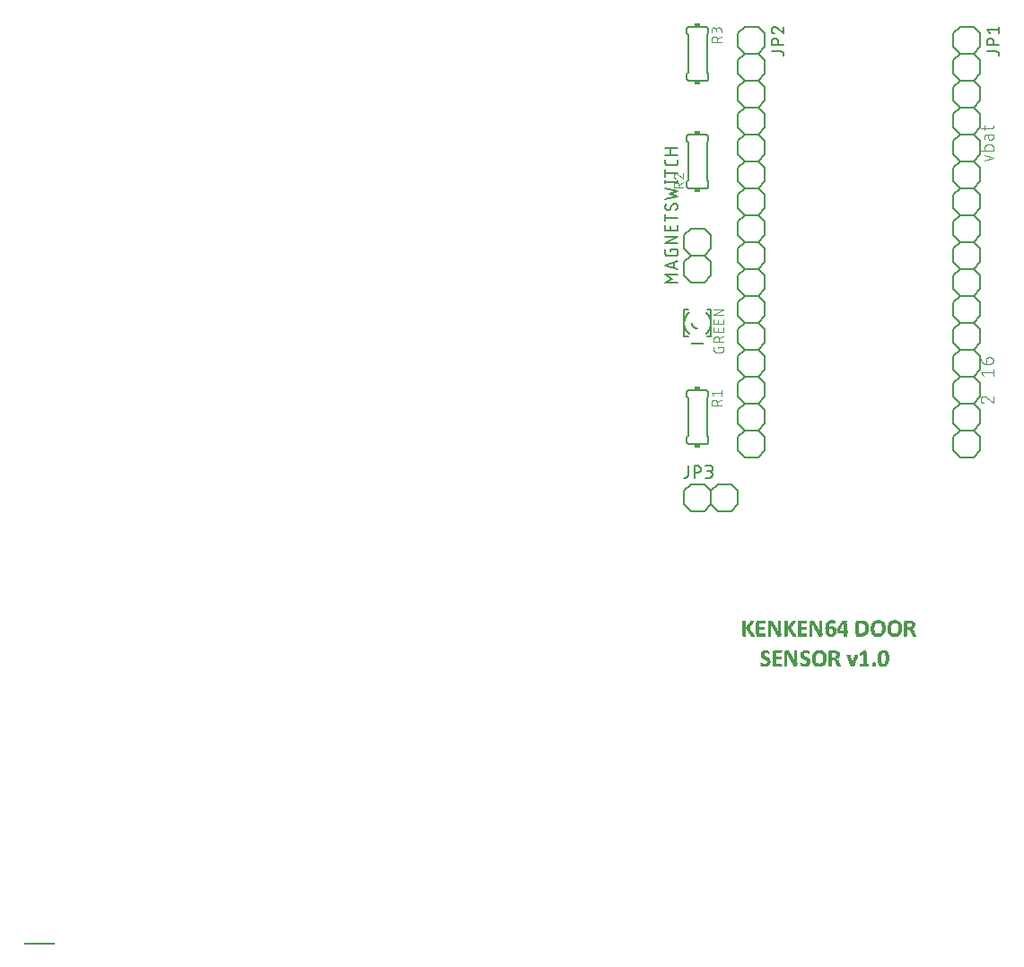
<source format=gbr>
G04 EAGLE Gerber RS-274X export*
G75*
%MOMM*%
%FSLAX34Y34*%
%LPD*%
%INSilkscreen Top*%
%IPPOS*%
%AMOC8*
5,1,8,0,0,1.08239X$1,22.5*%
G01*
%ADD10C,0.101600*%
%ADD11R,0.327656X0.036319*%
%ADD12R,0.398781X0.036319*%
%ADD13R,0.289556X0.036319*%
%ADD14R,0.543556X0.036319*%
%ADD15R,0.835656X0.036319*%
%ADD16R,0.254000X0.036319*%
%ADD17R,0.289563X0.036319*%
%ADD18R,0.617219X0.036319*%
%ADD19R,0.363219X0.036319*%
%ADD20R,0.906775X0.036319*%
%ADD21R,0.182875X0.036319*%
%ADD22R,0.508000X0.036319*%
%ADD23R,0.688338X0.036319*%
%ADD24R,0.871219X0.036319*%
%ADD25R,0.360681X0.036319*%
%ADD26R,0.762000X0.036319*%
%ADD27R,0.325119X0.036319*%
%ADD28R,0.762000X0.036069*%
%ADD29R,0.871219X0.036069*%
%ADD30R,0.254000X0.036069*%
%ADD31R,0.398781X0.036069*%
%ADD32R,0.906781X0.036069*%
%ADD33R,0.289563X0.036069*%
%ADD34R,0.325119X0.036069*%
%ADD35R,0.434338X0.036069*%
%ADD36R,0.906775X0.036069*%
%ADD37R,0.726438X0.036069*%
%ADD38R,0.977900X0.036319*%
%ADD39R,0.434338X0.036319*%
%ADD40R,1.054100X0.036319*%
%ADD41R,0.469900X0.036319*%
%ADD42R,1.125219X0.036319*%
%ADD43R,0.401319X0.036319*%
%ADD44R,0.436875X0.036319*%
%ADD45R,0.292100X0.036319*%
%ADD46R,0.144781X0.036319*%
%ADD47R,0.147319X0.036319*%
%ADD48R,0.398775X0.036319*%
%ADD49R,0.546100X0.036319*%
%ADD50R,0.073656X0.036319*%
%ADD51R,0.289556X0.036069*%
%ADD52R,0.543556X0.036069*%
%ADD53R,0.327656X0.036069*%
%ADD54R,0.360681X0.036069*%
%ADD55R,0.363219X0.036069*%
%ADD56R,0.292100X0.036069*%
%ADD57R,0.182875X0.036069*%
%ADD58R,0.579119X0.036319*%
%ADD59R,0.472438X0.036069*%
%ADD60R,0.543563X0.036319*%
%ADD61R,0.797563X0.036319*%
%ADD62R,0.581656X0.036319*%
%ADD63R,0.797556X0.036319*%
%ADD64R,0.833119X0.036319*%
%ADD65R,0.614681X0.036319*%
%ADD66R,0.906781X0.036319*%
%ADD67R,0.942338X0.036319*%
%ADD68R,0.797556X0.036069*%
%ADD69R,0.398775X0.036069*%
%ADD70R,0.472438X0.036319*%
%ADD71R,0.109219X0.036319*%
%ADD72R,0.180338X0.036319*%
%ADD73R,0.071119X0.036319*%
%ADD74R,0.144775X0.036319*%
%ADD75R,0.218438X0.036319*%
%ADD76R,0.215900X0.036319*%
%ADD77R,1.089656X0.036319*%
%ADD78R,0.980438X0.036319*%
%ADD79R,1.051556X0.036319*%
%ADD80R,0.800100X0.036319*%
%ADD81R,0.723900X0.036069*%
%ADD82R,0.655319X0.036319*%
%ADD83R,0.652781X0.036319*%
%ADD84R,0.652775X0.036319*%
%ADD85R,0.617219X0.036069*%
%ADD86R,0.833119X0.036069*%
%ADD87R,0.726438X0.036319*%
%ADD88R,1.016000X0.036319*%
%ADD89R,1.051562X0.036319*%
%ADD90R,1.087119X0.036319*%
%ADD91R,0.436881X0.036319*%
%ADD92R,0.508000X0.036069*%
%ADD93R,1.016000X0.036069*%
%ADD94R,0.436881X0.036069*%
%ADD95R,0.944881X0.036319*%
%ADD96R,0.797563X0.036069*%
%ADD97R,0.942338X0.036069*%
%ADD98R,0.469900X0.036069*%
%ADD99R,0.980438X0.036069*%
%ADD100R,0.977900X0.036069*%
%ADD101C,0.000000*%
%ADD102C,0.152400*%
%ADD103R,1.270000X0.127000*%
%ADD104C,0.127000*%
%ADD105R,0.508000X0.381000*%


D10*
X906103Y737108D02*
X913892Y739704D01*
X906103Y742301D01*
X902208Y747073D02*
X913892Y747073D01*
X913892Y750318D01*
X913890Y750405D01*
X913884Y750493D01*
X913874Y750579D01*
X913861Y750666D01*
X913843Y750751D01*
X913822Y750836D01*
X913797Y750920D01*
X913768Y751002D01*
X913735Y751083D01*
X913699Y751163D01*
X913660Y751241D01*
X913616Y751317D01*
X913570Y751391D01*
X913520Y751462D01*
X913467Y751532D01*
X913411Y751599D01*
X913352Y751663D01*
X913290Y751725D01*
X913226Y751784D01*
X913159Y751840D01*
X913089Y751893D01*
X913018Y751943D01*
X912944Y751989D01*
X912868Y752033D01*
X912790Y752072D01*
X912710Y752108D01*
X912629Y752141D01*
X912547Y752170D01*
X912463Y752195D01*
X912378Y752216D01*
X912293Y752234D01*
X912206Y752247D01*
X912120Y752257D01*
X912032Y752263D01*
X911945Y752265D01*
X911945Y752266D02*
X908050Y752266D01*
X908050Y752265D02*
X907963Y752263D01*
X907875Y752257D01*
X907789Y752247D01*
X907702Y752234D01*
X907617Y752216D01*
X907532Y752195D01*
X907448Y752170D01*
X907366Y752141D01*
X907285Y752108D01*
X907205Y752072D01*
X907127Y752033D01*
X907051Y751989D01*
X906977Y751943D01*
X906906Y751893D01*
X906836Y751840D01*
X906769Y751784D01*
X906705Y751725D01*
X906643Y751663D01*
X906584Y751599D01*
X906528Y751532D01*
X906475Y751462D01*
X906425Y751391D01*
X906379Y751317D01*
X906335Y751241D01*
X906296Y751163D01*
X906260Y751083D01*
X906227Y751002D01*
X906198Y750920D01*
X906173Y750836D01*
X906152Y750751D01*
X906134Y750666D01*
X906121Y750579D01*
X906111Y750493D01*
X906105Y750405D01*
X906103Y750318D01*
X906103Y747073D01*
X909348Y759133D02*
X909348Y762054D01*
X909348Y759133D02*
X909350Y759039D01*
X909356Y758945D01*
X909365Y758852D01*
X909379Y758759D01*
X909396Y758667D01*
X909418Y758575D01*
X909442Y758485D01*
X909471Y758395D01*
X909503Y758307D01*
X909539Y758220D01*
X909579Y758135D01*
X909622Y758052D01*
X909668Y757970D01*
X909718Y757890D01*
X909771Y757813D01*
X909827Y757738D01*
X909886Y757665D01*
X909948Y757594D01*
X910013Y757526D01*
X910081Y757461D01*
X910152Y757399D01*
X910225Y757340D01*
X910300Y757284D01*
X910377Y757231D01*
X910457Y757181D01*
X910539Y757135D01*
X910622Y757092D01*
X910707Y757052D01*
X910794Y757016D01*
X910882Y756984D01*
X910972Y756955D01*
X911062Y756931D01*
X911154Y756909D01*
X911246Y756892D01*
X911339Y756878D01*
X911432Y756869D01*
X911526Y756863D01*
X911620Y756861D01*
X911714Y756863D01*
X911808Y756869D01*
X911901Y756878D01*
X911994Y756892D01*
X912086Y756909D01*
X912178Y756931D01*
X912268Y756955D01*
X912358Y756984D01*
X912446Y757016D01*
X912533Y757052D01*
X912618Y757092D01*
X912701Y757135D01*
X912783Y757181D01*
X912863Y757231D01*
X912940Y757284D01*
X913015Y757340D01*
X913088Y757399D01*
X913159Y757461D01*
X913227Y757526D01*
X913292Y757594D01*
X913354Y757665D01*
X913413Y757738D01*
X913469Y757813D01*
X913522Y757890D01*
X913572Y757970D01*
X913618Y758052D01*
X913661Y758135D01*
X913701Y758220D01*
X913737Y758307D01*
X913769Y758395D01*
X913798Y758485D01*
X913822Y758575D01*
X913844Y758667D01*
X913861Y758759D01*
X913875Y758852D01*
X913884Y758945D01*
X913890Y759039D01*
X913892Y759133D01*
X913892Y762054D01*
X908050Y762054D01*
X907963Y762052D01*
X907875Y762046D01*
X907789Y762036D01*
X907702Y762023D01*
X907617Y762005D01*
X907532Y761984D01*
X907448Y761959D01*
X907366Y761930D01*
X907285Y761897D01*
X907205Y761861D01*
X907127Y761822D01*
X907051Y761778D01*
X906977Y761732D01*
X906906Y761682D01*
X906836Y761629D01*
X906769Y761573D01*
X906705Y761514D01*
X906643Y761452D01*
X906584Y761388D01*
X906528Y761321D01*
X906475Y761251D01*
X906425Y761180D01*
X906379Y761106D01*
X906335Y761030D01*
X906296Y760952D01*
X906260Y760872D01*
X906227Y760791D01*
X906198Y760709D01*
X906173Y760625D01*
X906152Y760540D01*
X906134Y760455D01*
X906121Y760368D01*
X906111Y760282D01*
X906105Y760194D01*
X906103Y760107D01*
X906103Y757510D01*
X906103Y766240D02*
X906103Y770134D01*
X902208Y767538D02*
X911945Y767538D01*
X912032Y767540D01*
X912120Y767546D01*
X912206Y767556D01*
X912293Y767569D01*
X912378Y767587D01*
X912463Y767608D01*
X912547Y767633D01*
X912629Y767662D01*
X912710Y767695D01*
X912790Y767731D01*
X912868Y767770D01*
X912944Y767814D01*
X913018Y767860D01*
X913089Y767910D01*
X913159Y767963D01*
X913226Y768019D01*
X913290Y768078D01*
X913352Y768140D01*
X913411Y768204D01*
X913467Y768271D01*
X913520Y768341D01*
X913570Y768412D01*
X913616Y768486D01*
X913660Y768562D01*
X913699Y768640D01*
X913735Y768720D01*
X913768Y768801D01*
X913797Y768883D01*
X913822Y768967D01*
X913843Y769052D01*
X913861Y769137D01*
X913874Y769224D01*
X913884Y769310D01*
X913890Y769398D01*
X913892Y769485D01*
X913892Y770134D01*
X902208Y537154D02*
X904804Y533908D01*
X902208Y537154D02*
X913892Y537154D01*
X913892Y540399D02*
X913892Y533908D01*
X907401Y545338D02*
X907401Y549233D01*
X907403Y549332D01*
X907409Y549432D01*
X907418Y549531D01*
X907431Y549629D01*
X907448Y549727D01*
X907469Y549825D01*
X907494Y549921D01*
X907522Y550016D01*
X907554Y550110D01*
X907589Y550203D01*
X907628Y550295D01*
X907671Y550385D01*
X907716Y550473D01*
X907766Y550560D01*
X907818Y550644D01*
X907874Y550727D01*
X907932Y550807D01*
X907994Y550885D01*
X908059Y550960D01*
X908127Y551033D01*
X908197Y551103D01*
X908270Y551171D01*
X908345Y551236D01*
X908423Y551298D01*
X908503Y551356D01*
X908586Y551412D01*
X908670Y551464D01*
X908757Y551514D01*
X908845Y551559D01*
X908935Y551602D01*
X909027Y551641D01*
X909120Y551676D01*
X909214Y551708D01*
X909309Y551736D01*
X909405Y551761D01*
X909503Y551782D01*
X909601Y551799D01*
X909699Y551812D01*
X909798Y551821D01*
X909898Y551827D01*
X909997Y551829D01*
X910646Y551829D01*
X910646Y551830D02*
X910759Y551828D01*
X910872Y551822D01*
X910985Y551812D01*
X911098Y551798D01*
X911210Y551781D01*
X911321Y551759D01*
X911431Y551734D01*
X911541Y551704D01*
X911649Y551671D01*
X911756Y551634D01*
X911862Y551594D01*
X911966Y551549D01*
X912069Y551501D01*
X912170Y551450D01*
X912269Y551395D01*
X912366Y551337D01*
X912461Y551275D01*
X912554Y551210D01*
X912644Y551142D01*
X912732Y551071D01*
X912818Y550996D01*
X912901Y550919D01*
X912981Y550839D01*
X913058Y550756D01*
X913133Y550670D01*
X913204Y550582D01*
X913272Y550492D01*
X913337Y550399D01*
X913399Y550304D01*
X913457Y550207D01*
X913512Y550108D01*
X913563Y550007D01*
X913611Y549904D01*
X913656Y549800D01*
X913696Y549694D01*
X913733Y549587D01*
X913766Y549479D01*
X913796Y549369D01*
X913821Y549259D01*
X913843Y549148D01*
X913860Y549036D01*
X913874Y548923D01*
X913884Y548810D01*
X913890Y548697D01*
X913892Y548584D01*
X913890Y548471D01*
X913884Y548358D01*
X913874Y548245D01*
X913860Y548132D01*
X913843Y548020D01*
X913821Y547909D01*
X913796Y547799D01*
X913766Y547689D01*
X913733Y547581D01*
X913696Y547474D01*
X913656Y547368D01*
X913611Y547264D01*
X913563Y547161D01*
X913512Y547060D01*
X913457Y546961D01*
X913399Y546864D01*
X913337Y546769D01*
X913272Y546676D01*
X913204Y546586D01*
X913133Y546498D01*
X913058Y546412D01*
X912981Y546329D01*
X912901Y546249D01*
X912818Y546172D01*
X912732Y546097D01*
X912644Y546026D01*
X912554Y545958D01*
X912461Y545893D01*
X912366Y545831D01*
X912269Y545773D01*
X912170Y545718D01*
X912069Y545667D01*
X911966Y545619D01*
X911862Y545574D01*
X911756Y545534D01*
X911649Y545497D01*
X911541Y545464D01*
X911431Y545434D01*
X911321Y545409D01*
X911210Y545387D01*
X911098Y545370D01*
X910985Y545356D01*
X910872Y545346D01*
X910759Y545340D01*
X910646Y545338D01*
X907401Y545338D01*
X907258Y545340D01*
X907115Y545346D01*
X906972Y545356D01*
X906830Y545370D01*
X906688Y545387D01*
X906546Y545409D01*
X906405Y545434D01*
X906265Y545464D01*
X906126Y545497D01*
X905988Y545534D01*
X905851Y545575D01*
X905715Y545619D01*
X905580Y545668D01*
X905447Y545720D01*
X905315Y545775D01*
X905185Y545835D01*
X905056Y545898D01*
X904929Y545964D01*
X904805Y546034D01*
X904682Y546107D01*
X904561Y546184D01*
X904442Y546263D01*
X904326Y546347D01*
X904211Y546433D01*
X904100Y546522D01*
X903991Y546615D01*
X903884Y546710D01*
X903780Y546809D01*
X903679Y546910D01*
X903580Y547014D01*
X903485Y547120D01*
X903392Y547230D01*
X903303Y547341D01*
X903217Y547455D01*
X903134Y547572D01*
X903054Y547691D01*
X902977Y547812D01*
X902904Y547934D01*
X902834Y548059D01*
X902768Y548186D01*
X902705Y548315D01*
X902645Y548445D01*
X902590Y548577D01*
X902538Y548710D01*
X902489Y548845D01*
X902445Y548981D01*
X902404Y549118D01*
X902367Y549256D01*
X902334Y549395D01*
X902304Y549535D01*
X902279Y549676D01*
X902257Y549818D01*
X902240Y549960D01*
X902226Y550102D01*
X902216Y550245D01*
X902210Y550388D01*
X902208Y550531D01*
X905129Y514999D02*
X905022Y514997D01*
X904916Y514991D01*
X904810Y514981D01*
X904704Y514968D01*
X904598Y514950D01*
X904494Y514929D01*
X904390Y514904D01*
X904287Y514875D01*
X904186Y514843D01*
X904086Y514806D01*
X903987Y514766D01*
X903889Y514723D01*
X903793Y514676D01*
X903699Y514625D01*
X903607Y514571D01*
X903517Y514514D01*
X903429Y514454D01*
X903344Y514390D01*
X903261Y514323D01*
X903180Y514253D01*
X903102Y514181D01*
X903026Y514105D01*
X902954Y514027D01*
X902884Y513946D01*
X902817Y513863D01*
X902753Y513778D01*
X902693Y513690D01*
X902636Y513600D01*
X902582Y513508D01*
X902531Y513414D01*
X902484Y513318D01*
X902441Y513220D01*
X902401Y513121D01*
X902364Y513021D01*
X902332Y512920D01*
X902303Y512817D01*
X902278Y512713D01*
X902257Y512609D01*
X902239Y512503D01*
X902226Y512397D01*
X902216Y512291D01*
X902210Y512185D01*
X902208Y512078D01*
X902210Y511957D01*
X902216Y511836D01*
X902226Y511716D01*
X902239Y511595D01*
X902257Y511476D01*
X902278Y511356D01*
X902303Y511238D01*
X902332Y511121D01*
X902365Y511004D01*
X902401Y510889D01*
X902442Y510775D01*
X902485Y510662D01*
X902533Y510550D01*
X902584Y510441D01*
X902639Y510333D01*
X902697Y510226D01*
X902758Y510122D01*
X902823Y510020D01*
X902891Y509920D01*
X902962Y509822D01*
X903036Y509726D01*
X903113Y509633D01*
X903194Y509543D01*
X903277Y509455D01*
X903363Y509370D01*
X903452Y509287D01*
X903543Y509208D01*
X903637Y509131D01*
X903733Y509058D01*
X903831Y508988D01*
X903932Y508921D01*
X904035Y508857D01*
X904140Y508797D01*
X904247Y508739D01*
X904355Y508686D01*
X904465Y508636D01*
X904577Y508590D01*
X904690Y508547D01*
X904805Y508508D01*
X907401Y514025D02*
X907323Y514104D01*
X907243Y514180D01*
X907160Y514253D01*
X907074Y514323D01*
X906987Y514390D01*
X906896Y514454D01*
X906804Y514514D01*
X906710Y514572D01*
X906613Y514626D01*
X906515Y514676D01*
X906415Y514723D01*
X906314Y514767D01*
X906211Y514807D01*
X906106Y514843D01*
X906001Y514875D01*
X905894Y514904D01*
X905787Y514929D01*
X905678Y514951D01*
X905569Y514968D01*
X905460Y514982D01*
X905350Y514991D01*
X905239Y514997D01*
X905129Y514999D01*
X907401Y514025D02*
X913892Y508508D01*
X913892Y514999D01*
D11*
X698707Y259511D03*
X736071Y259511D03*
D12*
X749863Y259511D03*
D13*
X810277Y259511D03*
D14*
X698695Y259874D03*
D15*
X710671Y259874D03*
D16*
X718659Y259874D03*
D17*
X727549Y259874D03*
D14*
X736083Y259874D03*
D18*
X749863Y259874D03*
D16*
X760391Y259874D03*
D13*
X768545Y259874D03*
D19*
X781257Y259874D03*
D20*
X792687Y259874D03*
D21*
X801387Y259874D03*
D22*
X810277Y259874D03*
D23*
X698707Y260237D03*
D24*
X710493Y260237D03*
D16*
X718659Y260237D03*
D25*
X727549Y260237D03*
D23*
X736071Y260237D03*
D26*
X749876Y260237D03*
D17*
X760569Y260237D03*
D27*
X768367Y260237D03*
D12*
X781435Y260237D03*
D20*
X792687Y260237D03*
D13*
X801565Y260237D03*
D18*
X810467Y260237D03*
D28*
X698695Y260599D03*
D29*
X710493Y260599D03*
D30*
X718659Y260599D03*
D31*
X727358Y260599D03*
D28*
X736083Y260599D03*
D32*
X749863Y260599D03*
D33*
X760569Y260599D03*
D34*
X768367Y260599D03*
D35*
X781257Y260599D03*
D36*
X792687Y260599D03*
D34*
X801387Y260599D03*
D37*
X810277Y260599D03*
D15*
X698707Y260961D03*
D24*
X710493Y260961D03*
D16*
X718659Y260961D03*
D12*
X727358Y260961D03*
D15*
X736071Y260961D03*
D38*
X749863Y260961D03*
D17*
X760569Y260961D03*
D27*
X768011Y260961D03*
D39*
X781257Y260961D03*
D20*
X792687Y260961D03*
D27*
X801387Y260961D03*
D26*
X810455Y260961D03*
D24*
X698885Y261324D03*
X710493Y261324D03*
D16*
X718659Y261324D03*
D39*
X727181Y261324D03*
D24*
X736248Y261324D03*
D40*
X749863Y261324D03*
D17*
X760569Y261324D03*
D27*
X768011Y261324D03*
D41*
X781435Y261324D03*
D20*
X792687Y261324D03*
D27*
X801387Y261324D03*
D15*
X810467Y261324D03*
D24*
X698885Y261687D03*
X710493Y261687D03*
D16*
X718659Y261687D03*
D39*
X727181Y261687D03*
D24*
X736248Y261687D03*
D42*
X749863Y261687D03*
D17*
X760569Y261687D03*
D19*
X767821Y261687D03*
D22*
X781245Y261687D03*
D20*
X792687Y261687D03*
D27*
X801387Y261687D03*
D24*
X810289Y261687D03*
D16*
X695799Y262051D03*
D12*
X701603Y262051D03*
D13*
X707585Y262051D03*
D16*
X718659Y262051D03*
D41*
X727003Y262051D03*
D16*
X733162Y262051D03*
D43*
X738979Y262051D03*
D44*
X746421Y262051D03*
D39*
X753317Y262051D03*
D17*
X760569Y262051D03*
D11*
X767643Y262051D03*
D22*
X781245Y262051D03*
D45*
X792865Y262051D03*
D27*
X801387Y262051D03*
D19*
X807749Y262051D03*
X813185Y262051D03*
D46*
X695253Y262414D03*
D27*
X701971Y262414D03*
D13*
X707585Y262414D03*
D16*
X718659Y262414D03*
D41*
X727003Y262414D03*
D47*
X732629Y262414D03*
D11*
X739347Y262414D03*
D12*
X745875Y262414D03*
D48*
X753851Y262414D03*
D17*
X760569Y262414D03*
D11*
X767643Y262414D03*
D49*
X781435Y262414D03*
D45*
X792865Y262414D03*
D27*
X801387Y262414D03*
D13*
X807381Y262414D03*
D11*
X813363Y262414D03*
D50*
X694897Y262777D03*
D25*
X702149Y262777D03*
D13*
X707585Y262777D03*
D16*
X718659Y262777D03*
D22*
X726812Y262777D03*
D50*
X732261Y262777D03*
D19*
X739525Y262777D03*
X745697Y262777D03*
X754409Y262777D03*
D17*
X760569Y262777D03*
D11*
X767287Y262777D03*
D13*
X779797Y262777D03*
D16*
X782896Y262777D03*
D45*
X792865Y262777D03*
D13*
X801565Y262777D03*
D11*
X807191Y262777D03*
D13*
X813553Y262777D03*
D34*
X702327Y263139D03*
D51*
X707585Y263139D03*
D30*
X718659Y263139D03*
D52*
X726635Y263139D03*
D53*
X739703Y263139D03*
D54*
X745329Y263139D03*
D55*
X754409Y263139D03*
D33*
X760569Y263139D03*
D53*
X767287Y263139D03*
D51*
X779797Y263139D03*
D30*
X782896Y263139D03*
D56*
X792865Y263139D03*
D57*
X801387Y263139D03*
D56*
X807013Y263139D03*
D33*
X813909Y263139D03*
D27*
X702327Y263501D03*
D13*
X707585Y263501D03*
D16*
X718659Y263501D03*
D14*
X726635Y263501D03*
D11*
X739703Y263501D03*
D25*
X745329Y263501D03*
D11*
X754587Y263501D03*
D17*
X760569Y263501D03*
D27*
X766919Y263501D03*
X779619Y263501D03*
D13*
X783073Y263501D03*
D45*
X792865Y263501D03*
X807013Y263501D03*
D17*
X813909Y263501D03*
D27*
X702327Y263864D03*
D13*
X707585Y263864D03*
D16*
X718659Y263864D03*
D58*
X726457Y263864D03*
D11*
X739703Y263864D03*
D27*
X745151Y263864D03*
D11*
X754943Y263864D03*
D17*
X760569Y263864D03*
D27*
X766919Y263864D03*
D13*
X779441Y263864D03*
D16*
X783251Y263864D03*
D45*
X792865Y263864D03*
X807013Y263864D03*
D17*
X813909Y263864D03*
D27*
X702327Y264227D03*
D13*
X707585Y264227D03*
D16*
X718659Y264227D03*
D17*
X725009Y264227D03*
D16*
X728082Y264227D03*
D11*
X739703Y264227D03*
D27*
X745151Y264227D03*
D11*
X754943Y264227D03*
D17*
X760569Y264227D03*
D27*
X766919Y264227D03*
D13*
X779441Y264227D03*
D16*
X783251Y264227D03*
D45*
X792865Y264227D03*
D13*
X806645Y264227D03*
D16*
X814087Y264227D03*
D25*
X702149Y264591D03*
D13*
X707585Y264591D03*
D16*
X718659Y264591D03*
D27*
X724831Y264591D03*
D16*
X728082Y264591D03*
D19*
X739525Y264591D03*
X744961Y264591D03*
D11*
X754943Y264591D03*
D17*
X760569Y264591D03*
D11*
X766551Y264591D03*
X779251Y264591D03*
D17*
X783429Y264591D03*
D45*
X792865Y264591D03*
D13*
X806645Y264591D03*
X814265Y264591D03*
D12*
X701958Y264954D03*
D13*
X707585Y264954D03*
D16*
X718659Y264954D03*
D13*
X724653Y264954D03*
D16*
X728082Y264954D03*
D48*
X739347Y264954D03*
D11*
X744783Y264954D03*
D19*
X755121Y264954D03*
D17*
X760569Y264954D03*
D19*
X766373Y264954D03*
D45*
X779073Y264954D03*
D17*
X783429Y264954D03*
D45*
X792865Y264954D03*
D13*
X806645Y264954D03*
X814265Y264954D03*
D12*
X701603Y265317D03*
D13*
X707585Y265317D03*
D16*
X718659Y265317D03*
D11*
X724463Y265317D03*
D16*
X728082Y265317D03*
D43*
X738979Y265317D03*
D11*
X744783Y265317D03*
D27*
X755311Y265317D03*
D17*
X760569Y265317D03*
D11*
X766195Y265317D03*
D45*
X779073Y265317D03*
D16*
X783607Y265317D03*
D45*
X792865Y265317D03*
D13*
X806645Y265317D03*
X814265Y265317D03*
D59*
X701235Y265679D03*
D51*
X707585Y265679D03*
D30*
X718659Y265679D03*
D56*
X724285Y265679D03*
D30*
X728082Y265679D03*
D59*
X738623Y265679D03*
D53*
X744783Y265679D03*
D34*
X755311Y265679D03*
D33*
X760569Y265679D03*
D54*
X765649Y265679D03*
D53*
X778895Y265679D03*
D51*
X783785Y265679D03*
D56*
X792865Y265679D03*
D51*
X806645Y265679D03*
X814265Y265679D03*
D60*
X700879Y266041D03*
D13*
X707585Y266041D03*
D16*
X718659Y266041D03*
D11*
X724107Y266041D03*
D16*
X728082Y266041D03*
D49*
X738255Y266041D03*
D11*
X744783Y266041D03*
D27*
X755311Y266041D03*
D61*
X763109Y266041D03*
D13*
X778705Y266041D03*
X783785Y266041D03*
D45*
X792865Y266041D03*
D13*
X806645Y266041D03*
X814265Y266041D03*
D62*
X700333Y266404D03*
D63*
X710125Y266404D03*
D16*
X718659Y266404D03*
D13*
X723917Y266404D03*
D16*
X728082Y266404D03*
D58*
X737709Y266404D03*
D11*
X744783Y266404D03*
D27*
X755311Y266404D03*
D26*
X762931Y266404D03*
D13*
X778705Y266404D03*
D16*
X783962Y266404D03*
D45*
X792865Y266404D03*
D13*
X806645Y266404D03*
X814265Y266404D03*
D18*
X699799Y266767D03*
D63*
X710125Y266767D03*
D16*
X718659Y266767D03*
D27*
X723739Y266767D03*
D16*
X728082Y266767D03*
D18*
X737163Y266767D03*
D11*
X744783Y266767D03*
D27*
X755311Y266767D03*
D26*
X762931Y266767D03*
D27*
X778527Y266767D03*
D45*
X784153Y266767D03*
X792865Y266767D03*
D13*
X806645Y266767D03*
X814265Y266767D03*
D18*
X699418Y267131D03*
D63*
X710125Y267131D03*
D16*
X718659Y267131D03*
D13*
X723561Y267131D03*
D16*
X728082Y267131D03*
D18*
X736807Y267131D03*
D11*
X744783Y267131D03*
D27*
X755311Y267131D03*
D64*
X763287Y267131D03*
D17*
X778349Y267131D03*
D45*
X784153Y267131D03*
X792865Y267131D03*
D13*
X806645Y267131D03*
X814265Y267131D03*
D18*
X699063Y267494D03*
D63*
X710125Y267494D03*
D16*
X718659Y267494D03*
D11*
X723371Y267494D03*
D16*
X728082Y267494D03*
D65*
X736439Y267494D03*
D11*
X744783Y267494D03*
D27*
X755311Y267494D03*
D66*
X763655Y267494D03*
D17*
X778349Y267494D03*
D45*
X784153Y267494D03*
X792865Y267494D03*
D13*
X806645Y267494D03*
X814265Y267494D03*
D58*
X698517Y267857D03*
D63*
X710125Y267857D03*
D16*
X718659Y267857D03*
D45*
X723193Y267857D03*
D16*
X728082Y267857D03*
D62*
X735893Y267857D03*
D11*
X744783Y267857D03*
D27*
X755311Y267857D03*
D67*
X763833Y267857D03*
D27*
X778171Y267857D03*
D13*
X784521Y267857D03*
D45*
X792865Y267857D03*
D13*
X806645Y267857D03*
X814265Y267857D03*
D52*
X697983Y268219D03*
D68*
X710125Y268219D03*
D30*
X718659Y268219D03*
D53*
X723015Y268219D03*
D30*
X728082Y268219D03*
D52*
X735347Y268219D03*
D53*
X744783Y268219D03*
D34*
X755311Y268219D03*
D33*
X760569Y268219D03*
D69*
X766551Y268219D03*
D51*
X777993Y268219D03*
X784521Y268219D03*
D56*
X792865Y268219D03*
D51*
X806645Y268219D03*
X814265Y268219D03*
D41*
X697615Y268581D03*
D13*
X707585Y268581D03*
D16*
X718659Y268581D03*
D27*
X722647Y268581D03*
D16*
X728082Y268581D03*
D70*
X734991Y268581D03*
D11*
X744783Y268581D03*
D27*
X755311Y268581D03*
D17*
X760569Y268581D03*
D19*
X767109Y268581D03*
D13*
X777993Y268581D03*
X784521Y268581D03*
D45*
X792865Y268581D03*
D13*
X806645Y268581D03*
X814265Y268581D03*
D12*
X697259Y268944D03*
D13*
X707585Y268944D03*
D16*
X718659Y268944D03*
D27*
X722647Y268944D03*
D16*
X728082Y268944D03*
D12*
X734623Y268944D03*
D19*
X744961Y268944D03*
D27*
X755311Y268944D03*
D17*
X760569Y268944D03*
D11*
X767287Y268944D03*
X777803Y268944D03*
D13*
X784877Y268944D03*
D45*
X792865Y268944D03*
D13*
X806645Y268944D03*
X814265Y268944D03*
D19*
X696701Y269307D03*
D13*
X707585Y269307D03*
D16*
X718659Y269307D03*
D27*
X722291Y269307D03*
D16*
X728082Y269307D03*
D19*
X734089Y269307D03*
D27*
X745151Y269307D03*
D19*
X755121Y269307D03*
D17*
X760569Y269307D03*
D11*
X767643Y269307D03*
D45*
X777625Y269307D03*
D13*
X784877Y269307D03*
D45*
X792865Y269307D03*
D13*
X806645Y269307D03*
X814265Y269307D03*
D11*
X696523Y269671D03*
D13*
X707585Y269671D03*
D16*
X718659Y269671D03*
D27*
X722291Y269671D03*
D16*
X728082Y269671D03*
D27*
X733899Y269671D03*
X745151Y269671D03*
D11*
X754943Y269671D03*
D17*
X760569Y269671D03*
D11*
X767643Y269671D03*
D45*
X777625Y269671D03*
D13*
X784877Y269671D03*
D45*
X792865Y269671D03*
D16*
X806822Y269671D03*
D13*
X814265Y269671D03*
D45*
X696345Y270034D03*
D13*
X707585Y270034D03*
D16*
X718659Y270034D03*
D11*
X721923Y270034D03*
D16*
X728082Y270034D03*
D13*
X733721Y270034D03*
D27*
X745151Y270034D03*
D11*
X754943Y270034D03*
D17*
X760569Y270034D03*
D11*
X767643Y270034D03*
D45*
X777625Y270034D03*
D13*
X784877Y270034D03*
D71*
X788699Y270034D03*
D45*
X792865Y270034D03*
X807013Y270034D03*
D17*
X813909Y270034D03*
D45*
X696345Y270397D03*
D13*
X707585Y270397D03*
D16*
X718659Y270397D03*
D45*
X721745Y270397D03*
D16*
X728082Y270397D03*
D13*
X733721Y270397D03*
D27*
X745507Y270397D03*
D19*
X754765Y270397D03*
D17*
X760569Y270397D03*
D11*
X767643Y270397D03*
D16*
X777435Y270397D03*
X785055Y270397D03*
D72*
X789055Y270397D03*
D45*
X792865Y270397D03*
X807013Y270397D03*
D17*
X813909Y270397D03*
D56*
X696345Y270759D03*
D51*
X707585Y270759D03*
D30*
X718659Y270759D03*
D56*
X721745Y270759D03*
D30*
X728082Y270759D03*
D51*
X733721Y270759D03*
D55*
X745697Y270759D03*
X754765Y270759D03*
D33*
X760569Y270759D03*
D53*
X767643Y270759D03*
D30*
X789423Y270759D03*
D56*
X792865Y270759D03*
X807013Y270759D03*
D33*
X813909Y270759D03*
D45*
X696345Y271121D03*
D13*
X707585Y271121D03*
D14*
X720107Y271121D03*
D16*
X728082Y271121D03*
D13*
X733721Y271121D03*
D19*
X745697Y271121D03*
X754409Y271121D03*
D17*
X760569Y271121D03*
D19*
X767465Y271121D03*
D13*
X789601Y271121D03*
D45*
X792865Y271121D03*
D13*
X807381Y271121D03*
D27*
X813731Y271121D03*
D45*
X696345Y271484D03*
D50*
X702873Y271484D03*
D13*
X707585Y271484D03*
D14*
X720107Y271484D03*
D16*
X728082Y271484D03*
D13*
X733721Y271484D03*
D73*
X740249Y271484D03*
D48*
X746231Y271484D03*
D43*
X754219Y271484D03*
D17*
X760569Y271484D03*
D19*
X767465Y271484D03*
D18*
X791239Y271484D03*
D27*
X807559Y271484D03*
X813731Y271484D03*
D13*
X696713Y271847D03*
D74*
X702517Y271847D03*
D13*
X707585Y271847D03*
D22*
X719929Y271847D03*
D16*
X728082Y271847D03*
D13*
X734077Y271847D03*
D74*
X739881Y271847D03*
D44*
X746777Y271847D03*
D39*
X753673Y271847D03*
D17*
X760569Y271847D03*
D43*
X766919Y271847D03*
D62*
X791417Y271847D03*
D19*
X807749Y271847D03*
X813185Y271847D03*
D25*
X697069Y272211D03*
D75*
X702149Y272211D03*
D24*
X710493Y272211D03*
D22*
X719929Y272211D03*
D16*
X728082Y272211D03*
D19*
X734445Y272211D03*
D76*
X739525Y272211D03*
D77*
X750041Y272211D03*
D78*
X764023Y272211D03*
D49*
X791595Y272211D03*
D24*
X810645Y272211D03*
D26*
X699431Y272574D03*
D24*
X710493Y272574D03*
D70*
X719751Y272574D03*
D16*
X728082Y272574D03*
D26*
X736795Y272574D03*
D79*
X750231Y272574D03*
D67*
X763833Y272574D03*
D70*
X791963Y272574D03*
D80*
X810645Y272574D03*
D26*
X699431Y272937D03*
D24*
X710493Y272937D03*
D70*
X719751Y272937D03*
D16*
X728082Y272937D03*
D26*
X736795Y272937D03*
D78*
X750231Y272937D03*
D66*
X763655Y272937D03*
D44*
X792141Y272937D03*
D26*
X810455Y272937D03*
D37*
X699609Y273299D03*
D29*
X710493Y273299D03*
D35*
X719561Y273299D03*
D30*
X728082Y273299D03*
D81*
X736985Y273299D03*
D32*
X750218Y273299D03*
D29*
X763477Y273299D03*
D55*
X792509Y273299D03*
D81*
X810645Y273299D03*
D82*
X699609Y273661D03*
D24*
X710493Y273661D03*
D12*
X719383Y273661D03*
D16*
X728082Y273661D03*
D83*
X736985Y273661D03*
D26*
X750231Y273661D03*
D61*
X763109Y273661D03*
D11*
X792687Y273661D03*
D18*
X810467Y273661D03*
D22*
X699609Y274024D03*
D15*
X710671Y274024D03*
D11*
X719383Y274024D03*
D16*
X728082Y274024D03*
D22*
X736972Y274024D03*
D18*
X750218Y274024D03*
D84*
X762741Y274024D03*
D16*
X793056Y274024D03*
D22*
X810632Y274024D03*
D17*
X699609Y274387D03*
D45*
X736985Y274387D03*
D12*
X750218Y274387D03*
D45*
X810645Y274387D03*
D27*
X760747Y287814D03*
D48*
X805387Y287814D03*
D12*
X820983Y287814D03*
D16*
X679467Y288177D03*
D13*
X687265Y288177D03*
D15*
X695075Y288177D03*
D16*
X703063Y288177D03*
D13*
X711953Y288177D03*
D16*
X718659Y288177D03*
D13*
X726457Y288177D03*
D15*
X734267Y288177D03*
D16*
X742256Y288177D03*
D45*
X751133Y288177D03*
D22*
X760925Y288177D03*
D13*
X774361Y288177D03*
D84*
X788141Y288177D03*
D18*
X805387Y288177D03*
X820983Y288177D03*
D16*
X831511Y288177D03*
D13*
X839665Y288177D03*
D33*
X679289Y288539D03*
D34*
X687087Y288539D03*
D29*
X694897Y288539D03*
D30*
X703063Y288539D03*
D55*
X711941Y288539D03*
D51*
X718481Y288539D03*
D34*
X726279Y288539D03*
D29*
X734089Y288539D03*
D30*
X742256Y288539D03*
D55*
X751133Y288539D03*
D85*
X760759Y288539D03*
D51*
X774361Y288539D03*
D86*
X788687Y288539D03*
D28*
X805375Y288539D03*
X820996Y288539D03*
D33*
X831689Y288539D03*
D34*
X839487Y288539D03*
D17*
X679289Y288901D03*
D25*
X686909Y288901D03*
D24*
X694897Y288901D03*
D16*
X703063Y288901D03*
D12*
X711763Y288901D03*
D13*
X718481Y288901D03*
D19*
X726088Y288901D03*
D24*
X734089Y288901D03*
D16*
X742256Y288901D03*
D12*
X750955Y288901D03*
D87*
X760925Y288901D03*
D13*
X774361Y288901D03*
D66*
X789055Y288901D03*
D20*
X805387Y288901D03*
D66*
X820983Y288901D03*
D17*
X831689Y288901D03*
D27*
X839487Y288901D03*
D17*
X679289Y289264D03*
D27*
X686731Y289264D03*
D24*
X694897Y289264D03*
D16*
X703063Y289264D03*
D12*
X711763Y289264D03*
D13*
X718481Y289264D03*
D11*
X725911Y289264D03*
D24*
X734089Y289264D03*
D16*
X742256Y289264D03*
D12*
X750955Y289264D03*
D63*
X760925Y289264D03*
D13*
X774361Y289264D03*
D78*
X789423Y289264D03*
X805375Y289264D03*
D38*
X820983Y289264D03*
D17*
X831689Y289264D03*
D27*
X839131Y289264D03*
D17*
X679289Y289627D03*
D11*
X686363Y289627D03*
D24*
X694897Y289627D03*
D16*
X703063Y289627D03*
D39*
X711585Y289627D03*
D13*
X718481Y289627D03*
D11*
X725555Y289627D03*
D24*
X734089Y289627D03*
D16*
X742256Y289627D03*
D39*
X750777Y289627D03*
D15*
X761115Y289627D03*
D13*
X774361Y289627D03*
D88*
X789601Y289627D03*
D79*
X805375Y289627D03*
D40*
X820983Y289627D03*
D17*
X831689Y289627D03*
D27*
X839131Y289627D03*
D17*
X679289Y289991D03*
D19*
X686185Y289991D03*
D24*
X694897Y289991D03*
D16*
X703063Y289991D03*
D39*
X711585Y289991D03*
D13*
X718481Y289991D03*
D19*
X725377Y289991D03*
D24*
X734089Y289991D03*
D16*
X742256Y289991D03*
D39*
X750777Y289991D03*
D19*
X758397Y289991D03*
D11*
X763655Y289991D03*
D13*
X774361Y289991D03*
D89*
X789779Y289991D03*
D42*
X805387Y289991D03*
X820983Y289991D03*
D17*
X831689Y289991D03*
D19*
X838941Y289991D03*
D17*
X679289Y290354D03*
D19*
X685829Y290354D03*
D17*
X691989Y290354D03*
D16*
X703063Y290354D03*
D70*
X711395Y290354D03*
D13*
X718481Y290354D03*
D25*
X725009Y290354D03*
D13*
X731181Y290354D03*
D16*
X742256Y290354D03*
D70*
X750587Y290354D03*
D17*
X758029Y290354D03*
D11*
X764011Y290354D03*
D13*
X774361Y290354D03*
D90*
X789957Y290354D03*
D39*
X801933Y290354D03*
D91*
X808829Y290354D03*
D44*
X817541Y290354D03*
D39*
X824437Y290354D03*
D17*
X831689Y290354D03*
D11*
X838763Y290354D03*
D17*
X679289Y290717D03*
D27*
X685639Y290717D03*
D17*
X691989Y290717D03*
D16*
X703063Y290717D03*
D70*
X711395Y290717D03*
D13*
X718481Y290717D03*
D27*
X724831Y290717D03*
D13*
X731181Y290717D03*
D16*
X742256Y290717D03*
D70*
X750587Y290717D03*
D27*
X757851Y290717D03*
D13*
X764201Y290717D03*
X774361Y290717D03*
D17*
X785969Y290717D03*
D22*
X793233Y290717D03*
D12*
X801399Y290717D03*
X809375Y290717D03*
X816995Y290717D03*
D48*
X824971Y290717D03*
D17*
X831689Y290717D03*
D11*
X838763Y290717D03*
D33*
X679289Y291079D03*
D53*
X685271Y291079D03*
D33*
X691989Y291079D03*
D30*
X703063Y291079D03*
D92*
X711217Y291079D03*
D51*
X718481Y291079D03*
D53*
X724463Y291079D03*
D51*
X731181Y291079D03*
D30*
X742256Y291079D03*
D92*
X750409Y291079D03*
D51*
X757673Y291079D03*
X764201Y291079D03*
D93*
X772177Y291079D03*
D33*
X785969Y291079D03*
D94*
X793589Y291079D03*
D54*
X801209Y291079D03*
D55*
X809908Y291079D03*
X816817Y291079D03*
X825529Y291079D03*
D33*
X831689Y291079D03*
D53*
X838407Y291079D03*
D17*
X679289Y291441D03*
D19*
X685093Y291441D03*
D17*
X691989Y291441D03*
D16*
X703063Y291441D03*
D60*
X711039Y291441D03*
D13*
X718481Y291441D03*
D19*
X724285Y291441D03*
D13*
X731181Y291441D03*
D16*
X742256Y291441D03*
D14*
X750231Y291441D03*
D13*
X757673Y291441D03*
X764557Y291441D03*
D90*
X772177Y291441D03*
D17*
X785969Y291441D03*
D12*
X794135Y291441D03*
D19*
X800841Y291441D03*
X809908Y291441D03*
D25*
X816449Y291441D03*
D19*
X825529Y291441D03*
D17*
X831689Y291441D03*
D11*
X838407Y291441D03*
D17*
X679289Y291804D03*
D11*
X684915Y291804D03*
D17*
X691989Y291804D03*
D16*
X703063Y291804D03*
D60*
X711039Y291804D03*
D13*
X718481Y291804D03*
D11*
X724107Y291804D03*
D13*
X731181Y291804D03*
D16*
X742256Y291804D03*
D14*
X750231Y291804D03*
D13*
X757673Y291804D03*
X764557Y291804D03*
D90*
X772177Y291804D03*
D17*
X785969Y291804D03*
D19*
X794313Y291804D03*
X800841Y291804D03*
D27*
X810099Y291804D03*
D25*
X816449Y291804D03*
D11*
X825707Y291804D03*
D17*
X831689Y291804D03*
D27*
X838039Y291804D03*
D17*
X679289Y292167D03*
D27*
X684547Y292167D03*
D17*
X691989Y292167D03*
D16*
X703063Y292167D03*
D58*
X710861Y292167D03*
D13*
X718481Y292167D03*
D27*
X723739Y292167D03*
D13*
X731181Y292167D03*
D16*
X742256Y292167D03*
D62*
X750041Y292167D03*
D45*
X757305Y292167D03*
D13*
X764557Y292167D03*
D90*
X772177Y292167D03*
D17*
X785969Y292167D03*
D19*
X794668Y292167D03*
D11*
X800663Y292167D03*
X810467Y292167D03*
D27*
X816271Y292167D03*
D11*
X826063Y292167D03*
D17*
X831689Y292167D03*
D27*
X838039Y292167D03*
D17*
X679289Y292531D03*
D25*
X684369Y292531D03*
D17*
X691989Y292531D03*
D16*
X703063Y292531D03*
D13*
X709413Y292531D03*
D16*
X712487Y292531D03*
D13*
X718481Y292531D03*
D19*
X723548Y292531D03*
D13*
X731181Y292531D03*
D16*
X742256Y292531D03*
D45*
X748593Y292531D03*
D16*
X751679Y292531D03*
D45*
X757305Y292531D03*
D13*
X764557Y292531D03*
D90*
X772177Y292531D03*
D17*
X785969Y292531D03*
D19*
X794668Y292531D03*
D11*
X800663Y292531D03*
X810467Y292531D03*
D27*
X816271Y292531D03*
D11*
X826063Y292531D03*
D17*
X831689Y292531D03*
D27*
X838039Y292531D03*
D17*
X679289Y292894D03*
D27*
X684191Y292894D03*
D17*
X691989Y292894D03*
D16*
X703063Y292894D03*
D11*
X709223Y292894D03*
D16*
X712487Y292894D03*
D13*
X718481Y292894D03*
D11*
X723371Y292894D03*
D13*
X731181Y292894D03*
D16*
X742256Y292894D03*
D11*
X748415Y292894D03*
D16*
X751679Y292894D03*
D45*
X757305Y292894D03*
D13*
X764557Y292894D03*
D90*
X772177Y292894D03*
D17*
X785969Y292894D03*
D27*
X794859Y292894D03*
D19*
X800485Y292894D03*
D11*
X810467Y292894D03*
D19*
X816081Y292894D03*
D11*
X826063Y292894D03*
D17*
X831689Y292894D03*
D11*
X837671Y292894D03*
D17*
X679289Y293257D03*
D11*
X683823Y293257D03*
D17*
X691989Y293257D03*
D16*
X703063Y293257D03*
D45*
X709045Y293257D03*
D16*
X712487Y293257D03*
D13*
X718481Y293257D03*
D11*
X723015Y293257D03*
D13*
X731181Y293257D03*
D16*
X742256Y293257D03*
D13*
X748225Y293257D03*
D16*
X751679Y293257D03*
D45*
X757305Y293257D03*
D13*
X764557Y293257D03*
D89*
X771999Y293257D03*
D17*
X785969Y293257D03*
D27*
X794859Y293257D03*
D11*
X800307Y293257D03*
D19*
X810645Y293257D03*
D11*
X815903Y293257D03*
D19*
X826241Y293257D03*
D17*
X831689Y293257D03*
D19*
X837493Y293257D03*
D33*
X679289Y293619D03*
D53*
X683467Y293619D03*
D33*
X691989Y293619D03*
D30*
X703063Y293619D03*
D53*
X708867Y293619D03*
D30*
X712487Y293619D03*
D51*
X718481Y293619D03*
D34*
X722647Y293619D03*
D51*
X731181Y293619D03*
D30*
X742256Y293619D03*
D34*
X748047Y293619D03*
D30*
X751679Y293619D03*
D56*
X757305Y293619D03*
D51*
X764557Y293619D03*
D30*
X768011Y293619D03*
D51*
X774361Y293619D03*
D33*
X785969Y293619D03*
D55*
X795049Y293619D03*
D53*
X800307Y293619D03*
X810823Y293619D03*
X815903Y293619D03*
D34*
X826431Y293619D03*
D33*
X831689Y293619D03*
D53*
X837315Y293619D03*
D17*
X679289Y293981D03*
D11*
X683467Y293981D03*
D17*
X691989Y293981D03*
D16*
X703063Y293981D03*
D13*
X708677Y293981D03*
D16*
X712487Y293981D03*
D13*
X718481Y293981D03*
D27*
X722647Y293981D03*
D13*
X731181Y293981D03*
D16*
X742256Y293981D03*
D17*
X747869Y293981D03*
D16*
X751679Y293981D03*
D45*
X757305Y293981D03*
D27*
X764379Y293981D03*
D16*
X768367Y293981D03*
D13*
X774361Y293981D03*
D17*
X785969Y293981D03*
D11*
X795227Y293981D03*
X800307Y293981D03*
X810823Y293981D03*
X815903Y293981D03*
D27*
X826431Y293981D03*
D17*
X831689Y293981D03*
D25*
X836769Y293981D03*
D17*
X679289Y294344D03*
D27*
X683099Y294344D03*
D17*
X691989Y294344D03*
D16*
X703063Y294344D03*
D27*
X708499Y294344D03*
D16*
X712487Y294344D03*
D13*
X718481Y294344D03*
D27*
X722291Y294344D03*
D13*
X731181Y294344D03*
D16*
X742256Y294344D03*
D27*
X747691Y294344D03*
D16*
X751679Y294344D03*
D11*
X757483Y294344D03*
D13*
X764201Y294344D03*
D16*
X768367Y294344D03*
D13*
X774361Y294344D03*
D17*
X785969Y294344D03*
D11*
X795227Y294344D03*
X800307Y294344D03*
X810823Y294344D03*
X815903Y294344D03*
D27*
X826431Y294344D03*
D61*
X834229Y294344D03*
D17*
X679289Y294707D03*
D11*
X682731Y294707D03*
D61*
X694529Y294707D03*
D16*
X703063Y294707D03*
D13*
X708321Y294707D03*
D16*
X712487Y294707D03*
D13*
X718481Y294707D03*
D11*
X721923Y294707D03*
D63*
X733721Y294707D03*
D16*
X742256Y294707D03*
D13*
X747513Y294707D03*
D16*
X751679Y294707D03*
D12*
X757838Y294707D03*
D19*
X763833Y294707D03*
D16*
X768722Y294707D03*
D13*
X774361Y294707D03*
D17*
X785969Y294707D03*
D11*
X795227Y294707D03*
X800307Y294707D03*
X810823Y294707D03*
X815903Y294707D03*
D27*
X826431Y294707D03*
D26*
X834051Y294707D03*
D83*
X681105Y295071D03*
D61*
X694529Y295071D03*
D16*
X703063Y295071D03*
D11*
X708131Y295071D03*
D16*
X712487Y295071D03*
D84*
X720297Y295071D03*
D63*
X733721Y295071D03*
D16*
X742256Y295071D03*
D11*
X747323Y295071D03*
D16*
X751679Y295071D03*
D78*
X760747Y295071D03*
D16*
X768722Y295071D03*
D13*
X774361Y295071D03*
D17*
X785969Y295071D03*
D11*
X795227Y295071D03*
X800307Y295071D03*
X810823Y295071D03*
X815903Y295071D03*
D27*
X826431Y295071D03*
D26*
X834051Y295071D03*
D18*
X680927Y295434D03*
D61*
X694529Y295434D03*
D16*
X703063Y295434D03*
D45*
X707953Y295434D03*
D16*
X712487Y295434D03*
D18*
X720119Y295434D03*
D63*
X733721Y295434D03*
D16*
X742256Y295434D03*
D45*
X747145Y295434D03*
D16*
X751679Y295434D03*
D95*
X760569Y295434D03*
D16*
X769103Y295434D03*
D13*
X774361Y295434D03*
D17*
X785969Y295434D03*
D11*
X795227Y295434D03*
X800307Y295434D03*
X810823Y295434D03*
X815903Y295434D03*
D27*
X826431Y295434D03*
D64*
X834407Y295434D03*
D58*
X680737Y295797D03*
D61*
X694529Y295797D03*
D16*
X703063Y295797D03*
D11*
X707775Y295797D03*
D16*
X712487Y295797D03*
D58*
X719929Y295797D03*
D63*
X733721Y295797D03*
D16*
X742256Y295797D03*
D11*
X746967Y295797D03*
D16*
X751679Y295797D03*
D95*
X760569Y295797D03*
D13*
X769281Y295797D03*
X774361Y295797D03*
D17*
X785969Y295797D03*
D11*
X795227Y295797D03*
X800307Y295797D03*
X810823Y295797D03*
X815903Y295797D03*
D27*
X826431Y295797D03*
D66*
X834775Y295797D03*
D85*
X680927Y296159D03*
D96*
X694529Y296159D03*
D30*
X703063Y296159D03*
D51*
X707585Y296159D03*
D30*
X712487Y296159D03*
D85*
X720119Y296159D03*
D68*
X733721Y296159D03*
D30*
X742256Y296159D03*
D51*
X746777Y296159D03*
D30*
X751679Y296159D03*
D32*
X760378Y296159D03*
D30*
X769459Y296159D03*
D51*
X774361Y296159D03*
D33*
X785969Y296159D03*
D53*
X795227Y296159D03*
X800307Y296159D03*
X810823Y296159D03*
X815903Y296159D03*
D34*
X826431Y296159D03*
D97*
X834953Y296159D03*
D17*
X679289Y296521D03*
D11*
X682731Y296521D03*
D61*
X694529Y296521D03*
D16*
X703063Y296521D03*
D27*
X707407Y296521D03*
D16*
X712487Y296521D03*
D13*
X718481Y296521D03*
D11*
X721923Y296521D03*
D63*
X733721Y296521D03*
D16*
X742256Y296521D03*
D27*
X746599Y296521D03*
D16*
X751679Y296521D03*
D45*
X757305Y296521D03*
D22*
X761661Y296521D03*
D16*
X769815Y296521D03*
D13*
X774361Y296521D03*
D17*
X785969Y296521D03*
D11*
X795227Y296521D03*
X800307Y296521D03*
X810823Y296521D03*
X815903Y296521D03*
D27*
X826431Y296521D03*
D17*
X831689Y296521D03*
D48*
X837671Y296521D03*
D17*
X679289Y296884D03*
D13*
X682921Y296884D03*
D17*
X691989Y296884D03*
D16*
X703063Y296884D03*
D27*
X707051Y296884D03*
D16*
X712487Y296884D03*
D13*
X718481Y296884D03*
X722113Y296884D03*
X731181Y296884D03*
D16*
X742256Y296884D03*
D11*
X746231Y296884D03*
D16*
X751679Y296884D03*
D45*
X757305Y296884D03*
D27*
X761839Y296884D03*
D16*
X769815Y296884D03*
D13*
X774361Y296884D03*
D17*
X785969Y296884D03*
D11*
X795227Y296884D03*
X800307Y296884D03*
X810823Y296884D03*
X815903Y296884D03*
D27*
X826431Y296884D03*
D17*
X831689Y296884D03*
D19*
X838229Y296884D03*
D17*
X679289Y297247D03*
D13*
X683277Y297247D03*
D17*
X691989Y297247D03*
D16*
X703063Y297247D03*
D27*
X707051Y297247D03*
D16*
X712487Y297247D03*
D13*
X718481Y297247D03*
D17*
X722469Y297247D03*
D13*
X731181Y297247D03*
D16*
X742256Y297247D03*
D11*
X746231Y297247D03*
D16*
X751679Y297247D03*
D45*
X757305Y297247D03*
D16*
X770196Y297247D03*
D13*
X774361Y297247D03*
D17*
X785969Y297247D03*
D19*
X795049Y297247D03*
X800485Y297247D03*
D11*
X810823Y297247D03*
D19*
X816081Y297247D03*
D27*
X826431Y297247D03*
D17*
X831689Y297247D03*
D11*
X838407Y297247D03*
D17*
X679289Y297611D03*
D11*
X683467Y297611D03*
D17*
X691989Y297611D03*
D16*
X703063Y297611D03*
D11*
X706683Y297611D03*
D16*
X712487Y297611D03*
D13*
X718481Y297611D03*
D27*
X722647Y297611D03*
D13*
X731181Y297611D03*
D16*
X742256Y297611D03*
D11*
X745875Y297611D03*
D16*
X751679Y297611D03*
X757496Y297611D03*
X770196Y297611D03*
D13*
X774361Y297611D03*
D17*
X785969Y297611D03*
D27*
X794859Y297611D03*
D11*
X800663Y297611D03*
D19*
X810645Y297611D03*
D27*
X816271Y297611D03*
D19*
X826241Y297611D03*
D17*
X831689Y297611D03*
D11*
X838763Y297611D03*
D17*
X679289Y297974D03*
D11*
X683823Y297974D03*
D17*
X691989Y297974D03*
D16*
X703063Y297974D03*
D11*
X706683Y297974D03*
D16*
X712487Y297974D03*
D13*
X718481Y297974D03*
D11*
X723015Y297974D03*
D13*
X731181Y297974D03*
D16*
X742256Y297974D03*
D11*
X745875Y297974D03*
D16*
X751679Y297974D03*
X757496Y297974D03*
X770551Y297974D03*
D13*
X774361Y297974D03*
D17*
X785969Y297974D03*
D27*
X794859Y297974D03*
D11*
X800663Y297974D03*
X810467Y297974D03*
D27*
X816271Y297974D03*
D11*
X826063Y297974D03*
D17*
X831689Y297974D03*
D11*
X838763Y297974D03*
D17*
X679289Y298337D03*
D27*
X684191Y298337D03*
D17*
X691989Y298337D03*
D16*
X703063Y298337D03*
D11*
X706327Y298337D03*
D16*
X712487Y298337D03*
D13*
X718481Y298337D03*
D11*
X723371Y298337D03*
D13*
X731181Y298337D03*
D16*
X742256Y298337D03*
D27*
X745507Y298337D03*
D16*
X751679Y298337D03*
D13*
X757673Y298337D03*
D16*
X770551Y298337D03*
D13*
X774361Y298337D03*
D17*
X785969Y298337D03*
D19*
X794668Y298337D03*
D11*
X800663Y298337D03*
X810467Y298337D03*
D27*
X816271Y298337D03*
D11*
X826063Y298337D03*
D17*
X831689Y298337D03*
D11*
X838763Y298337D03*
D33*
X679289Y298699D03*
D34*
X684191Y298699D03*
D33*
X691989Y298699D03*
D30*
X703063Y298699D03*
D51*
X706137Y298699D03*
D30*
X712487Y298699D03*
D51*
X718481Y298699D03*
D53*
X723371Y298699D03*
D51*
X731181Y298699D03*
D30*
X742256Y298699D03*
D33*
X745329Y298699D03*
D30*
X751679Y298699D03*
D51*
X757673Y298699D03*
D30*
X770907Y298699D03*
D51*
X774361Y298699D03*
D33*
X785969Y298699D03*
D53*
X794491Y298699D03*
D34*
X801031Y298699D03*
D55*
X810289Y298699D03*
D34*
X816627Y298699D03*
D55*
X825885Y298699D03*
D33*
X831689Y298699D03*
D53*
X838763Y298699D03*
D17*
X679289Y299061D03*
D27*
X684547Y299061D03*
D17*
X691989Y299061D03*
D16*
X703063Y299061D03*
D13*
X706137Y299061D03*
D16*
X712487Y299061D03*
D13*
X718481Y299061D03*
D27*
X723739Y299061D03*
D13*
X731181Y299061D03*
D16*
X742256Y299061D03*
D17*
X745329Y299061D03*
D16*
X751679Y299061D03*
X757851Y299061D03*
X771262Y299061D03*
D13*
X774361Y299061D03*
D17*
X785969Y299061D03*
D19*
X794313Y299061D03*
D25*
X801209Y299061D03*
D19*
X810289Y299061D03*
X816817Y299061D03*
X825885Y299061D03*
D17*
X831689Y299061D03*
D11*
X838763Y299061D03*
D17*
X679289Y299424D03*
D11*
X684915Y299424D03*
D17*
X691989Y299424D03*
D14*
X704511Y299424D03*
D16*
X712487Y299424D03*
D13*
X718481Y299424D03*
D11*
X724107Y299424D03*
D13*
X731181Y299424D03*
D14*
X743703Y299424D03*
D16*
X751679Y299424D03*
D17*
X758029Y299424D03*
D16*
X771262Y299424D03*
D13*
X774361Y299424D03*
D17*
X785969Y299424D03*
D19*
X793957Y299424D03*
D25*
X801209Y299424D03*
D19*
X809908Y299424D03*
X816817Y299424D03*
X825529Y299424D03*
D17*
X831689Y299424D03*
D19*
X838585Y299424D03*
D17*
X679289Y299787D03*
D11*
X685271Y299787D03*
D17*
X691989Y299787D03*
D14*
X704511Y299787D03*
D16*
X712487Y299787D03*
D13*
X718481Y299787D03*
D11*
X724463Y299787D03*
D13*
X731181Y299787D03*
D14*
X743703Y299787D03*
D16*
X751679Y299787D03*
D13*
X758385Y299787D03*
D14*
X773091Y299787D03*
D17*
X785969Y299787D03*
D91*
X793589Y299787D03*
D12*
X801755Y299787D03*
D48*
X809731Y299787D03*
X817351Y299787D03*
D43*
X825339Y299787D03*
D17*
X831689Y299787D03*
D19*
X838585Y299787D03*
D17*
X679289Y300151D03*
D19*
X685448Y300151D03*
D17*
X691989Y300151D03*
D22*
X704333Y300151D03*
D16*
X712487Y300151D03*
D13*
X718481Y300151D03*
D19*
X724641Y300151D03*
D13*
X731181Y300151D03*
D22*
X743526Y300151D03*
D16*
X751679Y300151D03*
D11*
X758575Y300151D03*
D14*
X773091Y300151D03*
D17*
X785969Y300151D03*
D41*
X793043Y300151D03*
D44*
X802301Y300151D03*
D39*
X809197Y300151D03*
D44*
X817897Y300151D03*
D39*
X824793Y300151D03*
D17*
X831689Y300151D03*
D43*
X838039Y300151D03*
D17*
X679289Y300514D03*
D27*
X685639Y300514D03*
D24*
X694897Y300514D03*
D22*
X704333Y300514D03*
D16*
X712487Y300514D03*
D13*
X718481Y300514D03*
D27*
X724831Y300514D03*
D24*
X734089Y300514D03*
D22*
X743526Y300514D03*
D16*
X751679Y300514D03*
D19*
X759108Y300514D03*
D46*
X764188Y300514D03*
D22*
X773269Y300514D03*
D89*
X789779Y300514D03*
D77*
X805565Y300514D03*
X821161Y300514D03*
D78*
X835143Y300514D03*
D17*
X679289Y300877D03*
D11*
X686007Y300877D03*
D24*
X694897Y300877D03*
D41*
X704143Y300877D03*
D16*
X712487Y300877D03*
D13*
X718481Y300877D03*
D27*
X725187Y300877D03*
D24*
X734089Y300877D03*
D41*
X743335Y300877D03*
D16*
X751679Y300877D03*
D26*
X761102Y300877D03*
D22*
X773269Y300877D03*
D88*
X789601Y300877D03*
D40*
X805743Y300877D03*
D79*
X821351Y300877D03*
D67*
X834953Y300877D03*
D33*
X679289Y301239D03*
D55*
X686185Y301239D03*
D29*
X694897Y301239D03*
D98*
X704143Y301239D03*
D30*
X712487Y301239D03*
D51*
X718481Y301239D03*
D55*
X725377Y301239D03*
D29*
X734089Y301239D03*
D98*
X743335Y301239D03*
D30*
X751679Y301239D03*
D81*
X761293Y301239D03*
D59*
X773447Y301239D03*
D99*
X789423Y301239D03*
D100*
X805743Y301239D03*
D99*
X821351Y301239D03*
D32*
X834775Y301239D03*
D17*
X679289Y301601D03*
D19*
X686541Y301601D03*
D24*
X694897Y301601D03*
D39*
X703965Y301601D03*
D16*
X712487Y301601D03*
D13*
X718481Y301601D03*
D19*
X725733Y301601D03*
D24*
X734089Y301601D03*
D39*
X743157Y301601D03*
D16*
X751679Y301601D03*
D23*
X761471Y301601D03*
D39*
X773637Y301601D03*
D66*
X789055Y301601D03*
X805743Y301601D03*
X821338Y301601D03*
D24*
X834597Y301601D03*
D17*
X679289Y301964D03*
D27*
X686731Y301964D03*
D24*
X694897Y301964D03*
D48*
X703787Y301964D03*
D16*
X712487Y301964D03*
D13*
X718481Y301964D03*
D11*
X725911Y301964D03*
D24*
X734089Y301964D03*
D12*
X742979Y301964D03*
D16*
X751679Y301964D03*
D65*
X761839Y301964D03*
D39*
X773637Y301964D03*
D64*
X788687Y301964D03*
D26*
X805756Y301964D03*
X821351Y301964D03*
D61*
X834229Y301964D03*
D17*
X679289Y302327D03*
D16*
X686731Y302327D03*
D15*
X695075Y302327D03*
D11*
X703787Y302327D03*
D16*
X712487Y302327D03*
D13*
X718481Y302327D03*
D16*
X725923Y302327D03*
D15*
X734267Y302327D03*
D27*
X742967Y302327D03*
D16*
X751679Y302327D03*
D60*
X761839Y302327D03*
D19*
X773637Y302327D03*
D84*
X788141Y302327D03*
D18*
X805743Y302327D03*
X821338Y302327D03*
D84*
X833861Y302327D03*
D19*
X762029Y302691D03*
D12*
X805743Y302691D03*
X821338Y302691D03*
D101*
X0Y-1067D02*
X0Y-1803D01*
X0Y-1067D02*
X205Y-1067D01*
X205Y-1066D02*
X232Y-1068D01*
X258Y-1073D01*
X283Y-1082D01*
X308Y-1093D01*
X330Y-1108D01*
X350Y-1126D01*
X368Y-1146D01*
X383Y-1169D01*
X394Y-1193D01*
X403Y-1218D01*
X408Y-1244D01*
X410Y-1271D01*
X409Y-1271D02*
X409Y-1599D01*
X410Y-1599D02*
X408Y-1626D01*
X403Y-1652D01*
X394Y-1677D01*
X383Y-1702D01*
X368Y-1724D01*
X350Y-1744D01*
X330Y-1762D01*
X307Y-1777D01*
X283Y-1788D01*
X258Y-1797D01*
X232Y-1802D01*
X205Y-1804D01*
X205Y-1803D02*
X0Y-1803D01*
X692Y-1742D02*
X692Y-1701D01*
X733Y-1701D01*
X733Y-1742D01*
X692Y-1742D01*
X692Y-1415D02*
X692Y-1374D01*
X733Y-1374D01*
X733Y-1415D01*
X692Y-1415D01*
X969Y-1885D02*
X1296Y-985D01*
X1552Y-1067D02*
X1552Y-1803D01*
X1552Y-1067D02*
X1756Y-1067D01*
X1756Y-1066D02*
X1783Y-1068D01*
X1809Y-1073D01*
X1834Y-1082D01*
X1859Y-1093D01*
X1881Y-1108D01*
X1901Y-1126D01*
X1919Y-1146D01*
X1934Y-1169D01*
X1945Y-1193D01*
X1954Y-1218D01*
X1959Y-1244D01*
X1961Y-1271D01*
X1959Y-1298D01*
X1954Y-1324D01*
X1945Y-1349D01*
X1934Y-1374D01*
X1919Y-1396D01*
X1901Y-1416D01*
X1881Y-1434D01*
X1858Y-1449D01*
X1834Y-1460D01*
X1809Y-1469D01*
X1783Y-1474D01*
X1756Y-1476D01*
X1552Y-1476D01*
X2208Y-1312D02*
X2208Y-1803D01*
X2208Y-1312D02*
X2454Y-1312D01*
X2454Y-1394D01*
X2648Y-1476D02*
X2648Y-1640D01*
X2648Y-1476D02*
X2650Y-1452D01*
X2655Y-1428D01*
X2664Y-1405D01*
X2676Y-1384D01*
X2692Y-1364D01*
X2710Y-1348D01*
X2730Y-1334D01*
X2752Y-1323D01*
X2776Y-1316D01*
X2800Y-1312D01*
X2824Y-1312D01*
X2848Y-1316D01*
X2872Y-1323D01*
X2894Y-1334D01*
X2914Y-1348D01*
X2932Y-1364D01*
X2948Y-1384D01*
X2960Y-1405D01*
X2969Y-1428D01*
X2974Y-1452D01*
X2976Y-1476D01*
X2976Y-1640D01*
X2974Y-1664D01*
X2969Y-1688D01*
X2960Y-1711D01*
X2948Y-1732D01*
X2932Y-1752D01*
X2914Y-1768D01*
X2894Y-1782D01*
X2872Y-1793D01*
X2848Y-1800D01*
X2824Y-1804D01*
X2800Y-1804D01*
X2776Y-1800D01*
X2752Y-1793D01*
X2730Y-1782D01*
X2710Y-1768D01*
X2692Y-1752D01*
X2676Y-1732D01*
X2664Y-1711D01*
X2655Y-1688D01*
X2650Y-1664D01*
X2648Y-1640D01*
X3226Y-1926D02*
X3226Y-1312D01*
X3226Y-1926D02*
X3224Y-1947D01*
X3219Y-1968D01*
X3210Y-1988D01*
X3197Y-2005D01*
X3182Y-2020D01*
X3165Y-2033D01*
X3145Y-2042D01*
X3124Y-2047D01*
X3103Y-2049D01*
X3062Y-2049D01*
X3206Y-1108D02*
X3206Y-1067D01*
X3247Y-1067D01*
X3247Y-1108D01*
X3206Y-1108D01*
X3611Y-1803D02*
X3815Y-1803D01*
X3611Y-1804D02*
X3590Y-1802D01*
X3569Y-1797D01*
X3550Y-1788D01*
X3532Y-1775D01*
X3517Y-1760D01*
X3504Y-1743D01*
X3495Y-1723D01*
X3490Y-1702D01*
X3488Y-1681D01*
X3488Y-1476D01*
X3490Y-1452D01*
X3495Y-1428D01*
X3504Y-1405D01*
X3516Y-1384D01*
X3532Y-1364D01*
X3550Y-1348D01*
X3570Y-1334D01*
X3592Y-1323D01*
X3616Y-1316D01*
X3640Y-1312D01*
X3664Y-1312D01*
X3688Y-1316D01*
X3712Y-1323D01*
X3734Y-1334D01*
X3754Y-1348D01*
X3772Y-1364D01*
X3788Y-1384D01*
X3800Y-1405D01*
X3809Y-1428D01*
X3814Y-1452D01*
X3816Y-1476D01*
X3815Y-1476D02*
X3815Y-1558D01*
X3488Y-1558D01*
X4186Y-1803D02*
X4349Y-1803D01*
X4186Y-1804D02*
X4165Y-1802D01*
X4144Y-1797D01*
X4125Y-1788D01*
X4107Y-1775D01*
X4092Y-1760D01*
X4079Y-1743D01*
X4070Y-1723D01*
X4065Y-1702D01*
X4063Y-1681D01*
X4063Y-1435D01*
X4065Y-1414D01*
X4070Y-1393D01*
X4079Y-1374D01*
X4092Y-1356D01*
X4107Y-1341D01*
X4124Y-1328D01*
X4144Y-1319D01*
X4165Y-1314D01*
X4186Y-1312D01*
X4349Y-1312D01*
X4521Y-1312D02*
X4766Y-1312D01*
X4602Y-1067D02*
X4602Y-1681D01*
X4604Y-1702D01*
X4609Y-1723D01*
X4618Y-1743D01*
X4631Y-1760D01*
X4646Y-1775D01*
X4664Y-1788D01*
X4683Y-1797D01*
X4704Y-1802D01*
X4725Y-1804D01*
X4725Y-1803D02*
X4766Y-1803D01*
X5052Y-1517D02*
X5256Y-1599D01*
X5052Y-1516D02*
X5034Y-1507D01*
X5019Y-1496D01*
X5006Y-1481D01*
X4996Y-1464D01*
X4989Y-1446D01*
X4985Y-1426D01*
X4986Y-1407D01*
X4989Y-1388D01*
X4997Y-1370D01*
X5007Y-1353D01*
X5021Y-1339D01*
X5036Y-1327D01*
X5054Y-1319D01*
X5073Y-1314D01*
X5092Y-1312D01*
X5093Y-1312D02*
X5130Y-1314D01*
X5168Y-1319D01*
X5205Y-1328D01*
X5241Y-1339D01*
X5277Y-1353D01*
X5256Y-1599D02*
X5274Y-1608D01*
X5289Y-1619D01*
X5302Y-1634D01*
X5312Y-1651D01*
X5319Y-1669D01*
X5323Y-1689D01*
X5322Y-1708D01*
X5319Y-1727D01*
X5311Y-1745D01*
X5301Y-1762D01*
X5287Y-1776D01*
X5272Y-1788D01*
X5254Y-1796D01*
X5235Y-1801D01*
X5216Y-1803D01*
X5215Y-1804D02*
X5169Y-1802D01*
X5124Y-1797D01*
X5078Y-1788D01*
X5034Y-1777D01*
X4990Y-1763D01*
X5543Y-1885D02*
X5870Y-985D01*
X6104Y-1312D02*
X6104Y-1803D01*
X6084Y-1108D02*
X6084Y-1067D01*
X6125Y-1067D01*
X6125Y-1108D01*
X6084Y-1108D01*
X6360Y-1476D02*
X6360Y-1640D01*
X6360Y-1476D02*
X6362Y-1452D01*
X6367Y-1428D01*
X6376Y-1405D01*
X6388Y-1384D01*
X6404Y-1364D01*
X6422Y-1348D01*
X6442Y-1334D01*
X6464Y-1323D01*
X6488Y-1316D01*
X6512Y-1312D01*
X6536Y-1312D01*
X6560Y-1316D01*
X6584Y-1323D01*
X6606Y-1334D01*
X6626Y-1348D01*
X6644Y-1364D01*
X6660Y-1384D01*
X6672Y-1405D01*
X6681Y-1428D01*
X6686Y-1452D01*
X6688Y-1476D01*
X6688Y-1640D01*
X6686Y-1664D01*
X6681Y-1688D01*
X6672Y-1711D01*
X6660Y-1732D01*
X6644Y-1752D01*
X6626Y-1768D01*
X6606Y-1782D01*
X6584Y-1793D01*
X6560Y-1800D01*
X6536Y-1804D01*
X6512Y-1804D01*
X6488Y-1800D01*
X6464Y-1793D01*
X6442Y-1782D01*
X6422Y-1768D01*
X6404Y-1752D01*
X6388Y-1732D01*
X6376Y-1711D01*
X6367Y-1688D01*
X6362Y-1664D01*
X6360Y-1640D01*
X6885Y-1312D02*
X7130Y-1312D01*
X6967Y-1067D02*
X6967Y-1681D01*
X6966Y-1681D02*
X6968Y-1702D01*
X6973Y-1723D01*
X6982Y-1743D01*
X6995Y-1760D01*
X7010Y-1775D01*
X7028Y-1788D01*
X7047Y-1797D01*
X7068Y-1802D01*
X7089Y-1804D01*
X7089Y-1803D02*
X7130Y-1803D01*
X7361Y-1517D02*
X7852Y-1517D01*
X8432Y-1803D02*
X8432Y-1067D01*
X8432Y-1803D02*
X8227Y-1803D01*
X8227Y-1804D02*
X8206Y-1802D01*
X8185Y-1797D01*
X8166Y-1788D01*
X8148Y-1775D01*
X8133Y-1760D01*
X8120Y-1743D01*
X8111Y-1723D01*
X8106Y-1702D01*
X8104Y-1681D01*
X8104Y-1435D01*
X8106Y-1414D01*
X8111Y-1393D01*
X8120Y-1374D01*
X8133Y-1356D01*
X8148Y-1341D01*
X8165Y-1328D01*
X8185Y-1319D01*
X8206Y-1314D01*
X8227Y-1312D01*
X8432Y-1312D01*
X8703Y-1476D02*
X8703Y-1640D01*
X8702Y-1476D02*
X8704Y-1452D01*
X8709Y-1428D01*
X8718Y-1405D01*
X8730Y-1384D01*
X8746Y-1364D01*
X8764Y-1348D01*
X8784Y-1334D01*
X8806Y-1323D01*
X8830Y-1316D01*
X8854Y-1312D01*
X8878Y-1312D01*
X8902Y-1316D01*
X8926Y-1323D01*
X8948Y-1334D01*
X8968Y-1348D01*
X8986Y-1364D01*
X9002Y-1384D01*
X9014Y-1405D01*
X9023Y-1428D01*
X9028Y-1452D01*
X9030Y-1476D01*
X9030Y-1640D01*
X9028Y-1664D01*
X9023Y-1688D01*
X9014Y-1711D01*
X9002Y-1732D01*
X8986Y-1752D01*
X8968Y-1768D01*
X8948Y-1782D01*
X8926Y-1793D01*
X8902Y-1800D01*
X8878Y-1804D01*
X8854Y-1804D01*
X8830Y-1800D01*
X8806Y-1793D01*
X8784Y-1782D01*
X8764Y-1768D01*
X8746Y-1752D01*
X8730Y-1732D01*
X8718Y-1711D01*
X8709Y-1688D01*
X8704Y-1664D01*
X8702Y-1640D01*
X9277Y-1640D02*
X9277Y-1476D01*
X9279Y-1452D01*
X9284Y-1428D01*
X9293Y-1405D01*
X9305Y-1384D01*
X9321Y-1364D01*
X9339Y-1348D01*
X9359Y-1334D01*
X9381Y-1323D01*
X9405Y-1316D01*
X9429Y-1312D01*
X9453Y-1312D01*
X9477Y-1316D01*
X9501Y-1323D01*
X9523Y-1334D01*
X9543Y-1348D01*
X9561Y-1364D01*
X9577Y-1384D01*
X9589Y-1405D01*
X9598Y-1428D01*
X9603Y-1452D01*
X9605Y-1476D01*
X9605Y-1640D01*
X9603Y-1664D01*
X9598Y-1688D01*
X9589Y-1711D01*
X9577Y-1732D01*
X9561Y-1752D01*
X9543Y-1768D01*
X9523Y-1782D01*
X9501Y-1793D01*
X9477Y-1800D01*
X9453Y-1804D01*
X9429Y-1804D01*
X9405Y-1800D01*
X9381Y-1793D01*
X9359Y-1782D01*
X9339Y-1768D01*
X9321Y-1752D01*
X9305Y-1732D01*
X9293Y-1711D01*
X9284Y-1688D01*
X9279Y-1664D01*
X9277Y-1640D01*
X9876Y-1803D02*
X9876Y-1312D01*
X10121Y-1312D01*
X10121Y-1394D01*
X10322Y-1517D02*
X10813Y-1517D01*
X11128Y-1517D02*
X11333Y-1599D01*
X11129Y-1516D02*
X11111Y-1507D01*
X11096Y-1496D01*
X11083Y-1481D01*
X11073Y-1464D01*
X11066Y-1446D01*
X11062Y-1426D01*
X11063Y-1407D01*
X11066Y-1388D01*
X11074Y-1370D01*
X11084Y-1353D01*
X11098Y-1339D01*
X11113Y-1327D01*
X11131Y-1319D01*
X11150Y-1314D01*
X11169Y-1312D01*
X11170Y-1312D02*
X11207Y-1314D01*
X11245Y-1319D01*
X11282Y-1328D01*
X11318Y-1339D01*
X11354Y-1353D01*
X11333Y-1599D02*
X11351Y-1608D01*
X11366Y-1619D01*
X11379Y-1634D01*
X11389Y-1651D01*
X11396Y-1669D01*
X11400Y-1689D01*
X11399Y-1708D01*
X11396Y-1727D01*
X11388Y-1745D01*
X11378Y-1762D01*
X11364Y-1776D01*
X11349Y-1788D01*
X11331Y-1796D01*
X11312Y-1801D01*
X11293Y-1803D01*
X11292Y-1804D02*
X11246Y-1802D01*
X11201Y-1797D01*
X11155Y-1788D01*
X11111Y-1777D01*
X11067Y-1763D01*
X11764Y-1803D02*
X11969Y-1803D01*
X11764Y-1804D02*
X11743Y-1802D01*
X11722Y-1797D01*
X11703Y-1788D01*
X11685Y-1775D01*
X11670Y-1760D01*
X11657Y-1743D01*
X11648Y-1723D01*
X11643Y-1702D01*
X11641Y-1681D01*
X11642Y-1681D02*
X11642Y-1476D01*
X11641Y-1476D02*
X11643Y-1452D01*
X11648Y-1428D01*
X11657Y-1405D01*
X11669Y-1384D01*
X11685Y-1364D01*
X11703Y-1348D01*
X11723Y-1334D01*
X11745Y-1323D01*
X11769Y-1316D01*
X11793Y-1312D01*
X11817Y-1312D01*
X11841Y-1316D01*
X11865Y-1323D01*
X11887Y-1334D01*
X11907Y-1348D01*
X11925Y-1364D01*
X11941Y-1384D01*
X11953Y-1405D01*
X11962Y-1428D01*
X11967Y-1452D01*
X11969Y-1476D01*
X11969Y-1558D01*
X11642Y-1558D01*
X12238Y-1803D02*
X12238Y-1312D01*
X12443Y-1312D01*
X12464Y-1314D01*
X12485Y-1319D01*
X12505Y-1328D01*
X12522Y-1341D01*
X12537Y-1356D01*
X12550Y-1374D01*
X12559Y-1393D01*
X12564Y-1414D01*
X12566Y-1435D01*
X12566Y-1803D01*
X12896Y-1517D02*
X13101Y-1599D01*
X12897Y-1516D02*
X12879Y-1507D01*
X12864Y-1496D01*
X12851Y-1481D01*
X12841Y-1464D01*
X12834Y-1446D01*
X12830Y-1426D01*
X12831Y-1407D01*
X12834Y-1388D01*
X12842Y-1370D01*
X12852Y-1353D01*
X12866Y-1339D01*
X12881Y-1327D01*
X12899Y-1319D01*
X12918Y-1314D01*
X12937Y-1312D01*
X12938Y-1312D02*
X12975Y-1314D01*
X13013Y-1319D01*
X13050Y-1328D01*
X13086Y-1339D01*
X13122Y-1353D01*
X13100Y-1599D02*
X13118Y-1608D01*
X13133Y-1619D01*
X13146Y-1634D01*
X13156Y-1651D01*
X13163Y-1669D01*
X13167Y-1689D01*
X13166Y-1708D01*
X13163Y-1727D01*
X13155Y-1745D01*
X13145Y-1762D01*
X13131Y-1776D01*
X13116Y-1788D01*
X13098Y-1796D01*
X13079Y-1801D01*
X13060Y-1803D01*
X13060Y-1804D02*
X13014Y-1802D01*
X12969Y-1797D01*
X12923Y-1788D01*
X12879Y-1777D01*
X12835Y-1763D01*
X13409Y-1640D02*
X13409Y-1476D01*
X13411Y-1452D01*
X13416Y-1428D01*
X13425Y-1405D01*
X13437Y-1384D01*
X13453Y-1364D01*
X13471Y-1348D01*
X13491Y-1334D01*
X13513Y-1323D01*
X13537Y-1316D01*
X13561Y-1312D01*
X13585Y-1312D01*
X13609Y-1316D01*
X13633Y-1323D01*
X13655Y-1334D01*
X13675Y-1348D01*
X13693Y-1364D01*
X13709Y-1384D01*
X13721Y-1405D01*
X13730Y-1428D01*
X13735Y-1452D01*
X13737Y-1476D01*
X13737Y-1640D01*
X13735Y-1664D01*
X13730Y-1688D01*
X13721Y-1711D01*
X13709Y-1732D01*
X13693Y-1752D01*
X13675Y-1768D01*
X13655Y-1782D01*
X13633Y-1793D01*
X13609Y-1800D01*
X13585Y-1804D01*
X13561Y-1804D01*
X13537Y-1800D01*
X13513Y-1793D01*
X13491Y-1782D01*
X13471Y-1768D01*
X13453Y-1752D01*
X13437Y-1732D01*
X13425Y-1711D01*
X13416Y-1688D01*
X13411Y-1664D01*
X13409Y-1640D01*
X14008Y-1803D02*
X14008Y-1312D01*
X14253Y-1312D01*
X14253Y-1394D01*
X14426Y-1885D02*
X14753Y-985D01*
X15002Y-1312D02*
X15002Y-2049D01*
X15002Y-1312D02*
X15207Y-1312D01*
X15228Y-1314D01*
X15249Y-1319D01*
X15269Y-1328D01*
X15286Y-1341D01*
X15301Y-1356D01*
X15314Y-1374D01*
X15323Y-1393D01*
X15328Y-1414D01*
X15330Y-1435D01*
X15329Y-1435D02*
X15329Y-1681D01*
X15330Y-1681D02*
X15328Y-1702D01*
X15323Y-1723D01*
X15314Y-1743D01*
X15301Y-1760D01*
X15286Y-1775D01*
X15269Y-1788D01*
X15249Y-1797D01*
X15228Y-1802D01*
X15207Y-1804D01*
X15207Y-1803D02*
X15002Y-1803D01*
X15698Y-1803D02*
X15862Y-1803D01*
X15698Y-1804D02*
X15677Y-1802D01*
X15656Y-1797D01*
X15637Y-1788D01*
X15619Y-1775D01*
X15604Y-1760D01*
X15591Y-1743D01*
X15582Y-1723D01*
X15577Y-1702D01*
X15575Y-1681D01*
X15575Y-1435D01*
X15577Y-1414D01*
X15582Y-1393D01*
X15591Y-1374D01*
X15604Y-1356D01*
X15619Y-1341D01*
X15636Y-1328D01*
X15656Y-1319D01*
X15677Y-1314D01*
X15698Y-1312D01*
X15862Y-1312D01*
X16107Y-1067D02*
X16107Y-1803D01*
X16311Y-1803D01*
X16311Y-1804D02*
X16332Y-1802D01*
X16353Y-1797D01*
X16372Y-1788D01*
X16390Y-1775D01*
X16405Y-1760D01*
X16418Y-1743D01*
X16427Y-1723D01*
X16432Y-1702D01*
X16434Y-1681D01*
X16434Y-1435D01*
X16432Y-1414D01*
X16427Y-1393D01*
X16418Y-1374D01*
X16405Y-1356D01*
X16390Y-1341D01*
X16373Y-1328D01*
X16353Y-1319D01*
X16332Y-1314D01*
X16311Y-1312D01*
X16107Y-1312D01*
X16686Y-1517D02*
X17177Y-1517D01*
X17757Y-1803D02*
X17757Y-1067D01*
X17757Y-1803D02*
X17552Y-1803D01*
X17552Y-1804D02*
X17531Y-1802D01*
X17510Y-1797D01*
X17491Y-1788D01*
X17473Y-1775D01*
X17458Y-1760D01*
X17445Y-1743D01*
X17436Y-1723D01*
X17431Y-1702D01*
X17429Y-1681D01*
X17429Y-1435D01*
X17431Y-1414D01*
X17436Y-1393D01*
X17445Y-1374D01*
X17458Y-1356D01*
X17473Y-1341D01*
X17490Y-1328D01*
X17510Y-1319D01*
X17531Y-1314D01*
X17552Y-1312D01*
X17757Y-1312D01*
X18150Y-1803D02*
X18355Y-1803D01*
X18150Y-1804D02*
X18129Y-1802D01*
X18108Y-1797D01*
X18089Y-1788D01*
X18071Y-1775D01*
X18056Y-1760D01*
X18043Y-1743D01*
X18034Y-1723D01*
X18029Y-1702D01*
X18027Y-1681D01*
X18028Y-1681D02*
X18028Y-1476D01*
X18027Y-1476D02*
X18029Y-1452D01*
X18034Y-1428D01*
X18043Y-1405D01*
X18055Y-1384D01*
X18071Y-1364D01*
X18089Y-1348D01*
X18109Y-1334D01*
X18131Y-1323D01*
X18155Y-1316D01*
X18179Y-1312D01*
X18203Y-1312D01*
X18227Y-1316D01*
X18251Y-1323D01*
X18273Y-1334D01*
X18293Y-1348D01*
X18311Y-1364D01*
X18327Y-1384D01*
X18339Y-1405D01*
X18348Y-1428D01*
X18353Y-1452D01*
X18355Y-1476D01*
X18355Y-1558D01*
X18028Y-1558D01*
X18663Y-1517D02*
X18868Y-1599D01*
X18664Y-1516D02*
X18646Y-1507D01*
X18631Y-1496D01*
X18618Y-1481D01*
X18608Y-1464D01*
X18601Y-1446D01*
X18597Y-1426D01*
X18598Y-1407D01*
X18601Y-1388D01*
X18609Y-1370D01*
X18619Y-1353D01*
X18633Y-1339D01*
X18648Y-1327D01*
X18666Y-1319D01*
X18685Y-1314D01*
X18704Y-1312D01*
X18705Y-1312D02*
X18742Y-1314D01*
X18780Y-1319D01*
X18817Y-1328D01*
X18853Y-1339D01*
X18889Y-1353D01*
X18868Y-1599D02*
X18886Y-1608D01*
X18901Y-1619D01*
X18914Y-1634D01*
X18924Y-1651D01*
X18931Y-1669D01*
X18935Y-1689D01*
X18934Y-1708D01*
X18931Y-1727D01*
X18923Y-1745D01*
X18913Y-1762D01*
X18899Y-1776D01*
X18884Y-1788D01*
X18866Y-1796D01*
X18847Y-1801D01*
X18828Y-1803D01*
X18827Y-1804D02*
X18781Y-1802D01*
X18736Y-1797D01*
X18690Y-1788D01*
X18646Y-1777D01*
X18602Y-1763D01*
X19186Y-1803D02*
X19186Y-1312D01*
X19165Y-1108D02*
X19165Y-1067D01*
X19206Y-1067D01*
X19206Y-1108D01*
X19165Y-1108D01*
X19563Y-1803D02*
X19767Y-1803D01*
X19563Y-1804D02*
X19542Y-1802D01*
X19521Y-1797D01*
X19502Y-1788D01*
X19484Y-1775D01*
X19469Y-1760D01*
X19456Y-1743D01*
X19447Y-1723D01*
X19442Y-1702D01*
X19440Y-1681D01*
X19440Y-1435D01*
X19442Y-1414D01*
X19447Y-1393D01*
X19456Y-1374D01*
X19469Y-1356D01*
X19484Y-1341D01*
X19501Y-1328D01*
X19521Y-1319D01*
X19542Y-1314D01*
X19563Y-1312D01*
X19767Y-1312D01*
X19767Y-1926D01*
X19768Y-1926D02*
X19766Y-1947D01*
X19761Y-1968D01*
X19752Y-1988D01*
X19739Y-2005D01*
X19724Y-2020D01*
X19707Y-2033D01*
X19687Y-2042D01*
X19666Y-2047D01*
X19645Y-2049D01*
X19481Y-2049D01*
X20060Y-1803D02*
X20060Y-1312D01*
X20265Y-1312D01*
X20286Y-1314D01*
X20307Y-1319D01*
X20327Y-1328D01*
X20344Y-1341D01*
X20359Y-1356D01*
X20372Y-1374D01*
X20381Y-1393D01*
X20386Y-1414D01*
X20388Y-1435D01*
X20388Y-1803D01*
X20635Y-1885D02*
X20962Y-985D01*
X21211Y-1312D02*
X21211Y-2049D01*
X21211Y-1312D02*
X21416Y-1312D01*
X21437Y-1314D01*
X21458Y-1319D01*
X21478Y-1328D01*
X21495Y-1341D01*
X21510Y-1356D01*
X21523Y-1374D01*
X21532Y-1393D01*
X21537Y-1414D01*
X21539Y-1435D01*
X21539Y-1681D01*
X21537Y-1702D01*
X21532Y-1723D01*
X21523Y-1743D01*
X21510Y-1760D01*
X21495Y-1775D01*
X21478Y-1788D01*
X21458Y-1797D01*
X21437Y-1802D01*
X21416Y-1804D01*
X21416Y-1803D02*
X21211Y-1803D01*
X21907Y-1803D02*
X22071Y-1803D01*
X21907Y-1804D02*
X21886Y-1802D01*
X21865Y-1797D01*
X21846Y-1788D01*
X21828Y-1775D01*
X21813Y-1760D01*
X21800Y-1743D01*
X21791Y-1723D01*
X21786Y-1702D01*
X21784Y-1681D01*
X21784Y-1435D01*
X21786Y-1414D01*
X21791Y-1393D01*
X21800Y-1374D01*
X21813Y-1356D01*
X21828Y-1341D01*
X21845Y-1328D01*
X21865Y-1319D01*
X21886Y-1314D01*
X21907Y-1312D01*
X22071Y-1312D01*
X22316Y-1067D02*
X22316Y-1803D01*
X22521Y-1803D01*
X22521Y-1804D02*
X22542Y-1802D01*
X22563Y-1797D01*
X22582Y-1788D01*
X22600Y-1775D01*
X22615Y-1760D01*
X22628Y-1743D01*
X22637Y-1723D01*
X22642Y-1702D01*
X22644Y-1681D01*
X22643Y-1681D02*
X22643Y-1435D01*
X22644Y-1435D02*
X22642Y-1414D01*
X22637Y-1393D01*
X22628Y-1374D01*
X22615Y-1356D01*
X22600Y-1341D01*
X22583Y-1328D01*
X22563Y-1319D01*
X22542Y-1314D01*
X22521Y-1312D01*
X22316Y-1312D01*
X22867Y-1885D02*
X23194Y-1885D01*
X23434Y-1681D02*
X23434Y-1067D01*
X23434Y-1681D02*
X23436Y-1702D01*
X23441Y-1723D01*
X23450Y-1743D01*
X23463Y-1760D01*
X23478Y-1775D01*
X23496Y-1788D01*
X23515Y-1797D01*
X23536Y-1802D01*
X23557Y-1804D01*
X23773Y-1640D02*
X23773Y-1476D01*
X23772Y-1476D02*
X23774Y-1452D01*
X23779Y-1428D01*
X23788Y-1405D01*
X23800Y-1384D01*
X23816Y-1364D01*
X23834Y-1348D01*
X23854Y-1334D01*
X23876Y-1323D01*
X23900Y-1316D01*
X23924Y-1312D01*
X23948Y-1312D01*
X23972Y-1316D01*
X23996Y-1323D01*
X24018Y-1334D01*
X24038Y-1348D01*
X24056Y-1364D01*
X24072Y-1384D01*
X24084Y-1405D01*
X24093Y-1428D01*
X24098Y-1452D01*
X24100Y-1476D01*
X24100Y-1640D01*
X24098Y-1664D01*
X24093Y-1688D01*
X24084Y-1711D01*
X24072Y-1732D01*
X24056Y-1752D01*
X24038Y-1768D01*
X24018Y-1782D01*
X23996Y-1793D01*
X23972Y-1800D01*
X23948Y-1804D01*
X23924Y-1804D01*
X23900Y-1800D01*
X23876Y-1793D01*
X23854Y-1782D01*
X23834Y-1768D01*
X23816Y-1752D01*
X23800Y-1732D01*
X23788Y-1711D01*
X23779Y-1688D01*
X23774Y-1664D01*
X23772Y-1640D01*
X24468Y-1803D02*
X24673Y-1803D01*
X24468Y-1804D02*
X24447Y-1802D01*
X24426Y-1797D01*
X24407Y-1788D01*
X24389Y-1775D01*
X24374Y-1760D01*
X24361Y-1743D01*
X24352Y-1723D01*
X24347Y-1702D01*
X24345Y-1681D01*
X24345Y-1435D01*
X24347Y-1414D01*
X24352Y-1393D01*
X24361Y-1374D01*
X24374Y-1356D01*
X24389Y-1341D01*
X24406Y-1328D01*
X24426Y-1319D01*
X24447Y-1314D01*
X24468Y-1312D01*
X24673Y-1312D01*
X24673Y-1926D01*
X24671Y-1947D01*
X24666Y-1968D01*
X24657Y-1988D01*
X24644Y-2005D01*
X24629Y-2020D01*
X24612Y-2033D01*
X24592Y-2042D01*
X24571Y-2047D01*
X24550Y-2049D01*
X24386Y-2049D01*
X24944Y-1640D02*
X24944Y-1476D01*
X24943Y-1476D02*
X24945Y-1452D01*
X24950Y-1428D01*
X24959Y-1405D01*
X24971Y-1384D01*
X24987Y-1364D01*
X25005Y-1348D01*
X25025Y-1334D01*
X25047Y-1323D01*
X25071Y-1316D01*
X25095Y-1312D01*
X25119Y-1312D01*
X25143Y-1316D01*
X25167Y-1323D01*
X25189Y-1334D01*
X25209Y-1348D01*
X25227Y-1364D01*
X25243Y-1384D01*
X25255Y-1405D01*
X25264Y-1428D01*
X25269Y-1452D01*
X25271Y-1476D01*
X25271Y-1640D01*
X25269Y-1664D01*
X25264Y-1688D01*
X25255Y-1711D01*
X25243Y-1732D01*
X25227Y-1752D01*
X25209Y-1768D01*
X25189Y-1782D01*
X25167Y-1793D01*
X25143Y-1800D01*
X25119Y-1804D01*
X25095Y-1804D01*
X25071Y-1800D01*
X25047Y-1793D01*
X25025Y-1782D01*
X25005Y-1768D01*
X24987Y-1752D01*
X24971Y-1732D01*
X24959Y-1711D01*
X24950Y-1688D01*
X24945Y-1664D01*
X24943Y-1640D01*
X25507Y-1763D02*
X25507Y-1803D01*
X25507Y-1763D02*
X25548Y-1763D01*
X25548Y-1803D01*
X25507Y-1803D01*
X25807Y-1803D02*
X25807Y-1067D01*
X25807Y-1803D02*
X26012Y-1803D01*
X26012Y-1804D02*
X26033Y-1802D01*
X26054Y-1797D01*
X26073Y-1788D01*
X26091Y-1775D01*
X26106Y-1760D01*
X26119Y-1743D01*
X26128Y-1723D01*
X26133Y-1702D01*
X26135Y-1681D01*
X26135Y-1435D01*
X26133Y-1414D01*
X26128Y-1393D01*
X26119Y-1374D01*
X26106Y-1356D01*
X26091Y-1341D01*
X26074Y-1328D01*
X26054Y-1319D01*
X26033Y-1314D01*
X26012Y-1312D01*
X25807Y-1312D01*
X26409Y-1312D02*
X26409Y-1803D01*
X26409Y-1312D02*
X26777Y-1312D01*
X26798Y-1314D01*
X26819Y-1319D01*
X26839Y-1328D01*
X26856Y-1341D01*
X26871Y-1356D01*
X26884Y-1374D01*
X26893Y-1393D01*
X26898Y-1414D01*
X26900Y-1435D01*
X26900Y-1803D01*
X26654Y-1803D02*
X26654Y-1312D01*
X27199Y-1312D02*
X27199Y-2049D01*
X27199Y-1312D02*
X27404Y-1312D01*
X27425Y-1314D01*
X27446Y-1319D01*
X27466Y-1328D01*
X27483Y-1341D01*
X27498Y-1356D01*
X27511Y-1374D01*
X27520Y-1393D01*
X27525Y-1414D01*
X27527Y-1435D01*
X27527Y-1681D01*
X27525Y-1702D01*
X27520Y-1723D01*
X27511Y-1743D01*
X27498Y-1760D01*
X27483Y-1775D01*
X27466Y-1788D01*
X27446Y-1797D01*
X27425Y-1802D01*
X27404Y-1804D01*
X27404Y-1803D02*
X27199Y-1803D01*
D102*
X622300Y584200D02*
X622300Y596900D01*
X622300Y584200D02*
X622300Y571500D01*
X647700Y571500D02*
X647700Y584200D01*
X647700Y596900D01*
X626110Y571500D02*
X622300Y571500D01*
X643890Y571500D02*
X647700Y571500D01*
X647700Y596900D02*
X643890Y596900D01*
X626110Y596900D02*
X622300Y596900D01*
X647700Y584200D02*
X647696Y583893D01*
X647685Y583585D01*
X647667Y583278D01*
X647640Y582972D01*
X647607Y582666D01*
X647566Y582361D01*
X647518Y582058D01*
X647462Y581755D01*
X647400Y581454D01*
X647329Y581155D01*
X647252Y580857D01*
X647168Y580561D01*
X647076Y580268D01*
X646977Y579976D01*
X646871Y579688D01*
X646759Y579402D01*
X646639Y579118D01*
X646512Y578838D01*
X646379Y578561D01*
X646239Y578287D01*
X646093Y578016D01*
X645940Y577750D01*
X645780Y577487D01*
X645615Y577227D01*
X645443Y576972D01*
X645265Y576722D01*
X645081Y576475D01*
X644891Y576233D01*
X644695Y575996D01*
X644493Y575764D01*
X644286Y575537D01*
X644074Y575314D01*
X643856Y575097D01*
X643633Y574885D01*
X643405Y574679D01*
X643172Y574478D01*
X642934Y574283D01*
X647700Y584200D02*
X647696Y584507D01*
X647685Y584815D01*
X647667Y585122D01*
X647640Y585428D01*
X647607Y585734D01*
X647566Y586039D01*
X647518Y586342D01*
X647462Y586645D01*
X647400Y586946D01*
X647329Y587245D01*
X647252Y587543D01*
X647168Y587839D01*
X647076Y588132D01*
X646977Y588424D01*
X646871Y588712D01*
X646759Y588998D01*
X646639Y589282D01*
X646512Y589562D01*
X646379Y589839D01*
X646239Y590113D01*
X646093Y590384D01*
X645940Y590650D01*
X645780Y590913D01*
X645615Y591173D01*
X645443Y591428D01*
X645265Y591678D01*
X645081Y591925D01*
X644891Y592167D01*
X644695Y592404D01*
X644493Y592636D01*
X644286Y592863D01*
X644074Y593086D01*
X643856Y593303D01*
X643633Y593515D01*
X643405Y593721D01*
X643172Y593922D01*
X642934Y594117D01*
X622300Y584200D02*
X622304Y583893D01*
X622315Y583585D01*
X622333Y583278D01*
X622360Y582972D01*
X622393Y582666D01*
X622434Y582361D01*
X622482Y582058D01*
X622538Y581755D01*
X622600Y581454D01*
X622671Y581155D01*
X622748Y580857D01*
X622832Y580561D01*
X622924Y580268D01*
X623023Y579976D01*
X623129Y579688D01*
X623241Y579402D01*
X623361Y579118D01*
X623488Y578838D01*
X623621Y578561D01*
X623761Y578287D01*
X623907Y578016D01*
X624060Y577750D01*
X624220Y577487D01*
X624385Y577227D01*
X624557Y576972D01*
X624735Y576722D01*
X624919Y576475D01*
X625109Y576233D01*
X625305Y575996D01*
X625507Y575764D01*
X625714Y575537D01*
X625926Y575314D01*
X626144Y575097D01*
X626367Y574885D01*
X626595Y574679D01*
X626828Y574478D01*
X627066Y574283D01*
X622300Y584200D02*
X622304Y584507D01*
X622315Y584815D01*
X622333Y585122D01*
X622360Y585428D01*
X622393Y585734D01*
X622434Y586039D01*
X622482Y586342D01*
X622538Y586645D01*
X622600Y586946D01*
X622671Y587245D01*
X622748Y587543D01*
X622832Y587839D01*
X622924Y588132D01*
X623023Y588424D01*
X623129Y588712D01*
X623241Y588998D01*
X623361Y589282D01*
X623488Y589562D01*
X623621Y589839D01*
X623761Y590113D01*
X623907Y590384D01*
X624060Y590650D01*
X624220Y590913D01*
X624385Y591173D01*
X624557Y591428D01*
X624735Y591678D01*
X624919Y591925D01*
X625109Y592167D01*
X625305Y592404D01*
X625507Y592636D01*
X625714Y592863D01*
X625926Y593086D01*
X626144Y593303D01*
X626367Y593515D01*
X626595Y593721D01*
X626828Y593922D01*
X627066Y594117D01*
X629920Y584200D02*
X629922Y584060D01*
X629928Y583920D01*
X629937Y583780D01*
X629951Y583641D01*
X629968Y583502D01*
X629989Y583364D01*
X630014Y583226D01*
X630043Y583089D01*
X630075Y582953D01*
X630112Y582818D01*
X630152Y582684D01*
X630195Y582551D01*
X630243Y582419D01*
X630293Y582288D01*
X630348Y582159D01*
X630406Y582032D01*
X630467Y581906D01*
X630532Y581782D01*
X630601Y581660D01*
X630672Y581540D01*
X630747Y581422D01*
X630825Y581305D01*
X630907Y581191D01*
X630991Y581080D01*
X631079Y580971D01*
X631169Y580864D01*
X631263Y580759D01*
X631359Y580658D01*
X631458Y580559D01*
X631559Y580463D01*
X631664Y580369D01*
X631771Y580279D01*
X631880Y580191D01*
X631991Y580107D01*
X632105Y580025D01*
X632222Y579947D01*
X632340Y579872D01*
X632460Y579801D01*
X632582Y579732D01*
X632706Y579667D01*
X632832Y579606D01*
X632959Y579548D01*
X633088Y579493D01*
X633219Y579443D01*
X633351Y579395D01*
X633484Y579352D01*
X633618Y579312D01*
X633753Y579275D01*
X633889Y579243D01*
X634026Y579214D01*
X634164Y579189D01*
X634302Y579168D01*
X634441Y579151D01*
X634580Y579137D01*
X634720Y579128D01*
X634860Y579122D01*
X635000Y579120D01*
D103*
X635000Y564515D03*
D10*
X654304Y561594D02*
X654304Y560070D01*
X654304Y561594D02*
X659384Y561594D01*
X659384Y558546D01*
X659382Y558457D01*
X659376Y558369D01*
X659367Y558281D01*
X659353Y558193D01*
X659336Y558106D01*
X659315Y558020D01*
X659290Y557935D01*
X659261Y557851D01*
X659229Y557768D01*
X659194Y557687D01*
X659154Y557608D01*
X659112Y557530D01*
X659066Y557454D01*
X659017Y557380D01*
X658964Y557309D01*
X658909Y557240D01*
X658850Y557173D01*
X658789Y557109D01*
X658725Y557048D01*
X658658Y556989D01*
X658589Y556934D01*
X658518Y556881D01*
X658444Y556832D01*
X658368Y556786D01*
X658290Y556744D01*
X658211Y556704D01*
X658130Y556669D01*
X658047Y556637D01*
X657963Y556608D01*
X657878Y556583D01*
X657792Y556562D01*
X657705Y556545D01*
X657617Y556531D01*
X657529Y556522D01*
X657441Y556516D01*
X657352Y556514D01*
X652272Y556514D01*
X652183Y556516D01*
X652095Y556522D01*
X652007Y556531D01*
X651919Y556545D01*
X651832Y556562D01*
X651746Y556583D01*
X651661Y556608D01*
X651577Y556637D01*
X651494Y556669D01*
X651413Y556704D01*
X651334Y556744D01*
X651256Y556786D01*
X651180Y556832D01*
X651106Y556881D01*
X651035Y556934D01*
X650966Y556989D01*
X650899Y557048D01*
X650835Y557109D01*
X650774Y557173D01*
X650715Y557240D01*
X650660Y557309D01*
X650607Y557380D01*
X650558Y557454D01*
X650512Y557530D01*
X650470Y557608D01*
X650430Y557687D01*
X650395Y557768D01*
X650363Y557851D01*
X650334Y557935D01*
X650309Y558020D01*
X650288Y558106D01*
X650271Y558193D01*
X650257Y558281D01*
X650248Y558369D01*
X650242Y558457D01*
X650240Y558546D01*
X650240Y561594D01*
X650240Y566334D02*
X659384Y566334D01*
X650240Y566334D02*
X650240Y568874D01*
X650242Y568974D01*
X650248Y569073D01*
X650258Y569173D01*
X650271Y569271D01*
X650289Y569370D01*
X650310Y569467D01*
X650335Y569563D01*
X650364Y569659D01*
X650397Y569753D01*
X650433Y569846D01*
X650473Y569937D01*
X650517Y570027D01*
X650564Y570115D01*
X650614Y570201D01*
X650668Y570285D01*
X650725Y570367D01*
X650785Y570446D01*
X650849Y570524D01*
X650915Y570598D01*
X650984Y570670D01*
X651056Y570739D01*
X651130Y570805D01*
X651208Y570869D01*
X651287Y570929D01*
X651369Y570986D01*
X651453Y571040D01*
X651539Y571090D01*
X651627Y571137D01*
X651717Y571181D01*
X651808Y571221D01*
X651901Y571257D01*
X651995Y571290D01*
X652091Y571319D01*
X652187Y571344D01*
X652284Y571365D01*
X652383Y571383D01*
X652481Y571396D01*
X652581Y571406D01*
X652680Y571412D01*
X652780Y571414D01*
X652880Y571412D01*
X652979Y571406D01*
X653079Y571396D01*
X653177Y571383D01*
X653276Y571365D01*
X653373Y571344D01*
X653469Y571319D01*
X653565Y571290D01*
X653659Y571257D01*
X653752Y571221D01*
X653843Y571181D01*
X653933Y571137D01*
X654021Y571090D01*
X654107Y571040D01*
X654191Y570986D01*
X654273Y570929D01*
X654352Y570869D01*
X654430Y570805D01*
X654504Y570739D01*
X654576Y570670D01*
X654645Y570598D01*
X654711Y570524D01*
X654775Y570446D01*
X654835Y570367D01*
X654892Y570285D01*
X654946Y570201D01*
X654996Y570115D01*
X655043Y570027D01*
X655087Y569937D01*
X655127Y569846D01*
X655163Y569753D01*
X655196Y569659D01*
X655225Y569563D01*
X655250Y569467D01*
X655271Y569370D01*
X655289Y569271D01*
X655302Y569173D01*
X655312Y569073D01*
X655318Y568974D01*
X655320Y568874D01*
X655320Y566334D01*
X655320Y569382D02*
X659384Y571414D01*
X659384Y575737D02*
X659384Y579801D01*
X659384Y575737D02*
X650240Y575737D01*
X650240Y579801D01*
X654304Y578785D02*
X654304Y575737D01*
X659384Y583662D02*
X659384Y587726D01*
X659384Y583662D02*
X650240Y583662D01*
X650240Y587726D01*
X654304Y586710D02*
X654304Y583662D01*
X650240Y591566D02*
X659384Y591566D01*
X659384Y596646D02*
X650240Y591566D01*
X650240Y596646D02*
X659384Y596646D01*
D102*
X895350Y508000D02*
X901700Y501650D01*
X901700Y488950D01*
X895350Y482600D01*
X882650Y482600D01*
X876300Y488950D01*
X876300Y501650D01*
X882650Y508000D01*
X901700Y539750D02*
X901700Y552450D01*
X901700Y539750D02*
X895350Y533400D01*
X882650Y533400D01*
X876300Y539750D01*
X895350Y533400D02*
X901700Y527050D01*
X901700Y514350D01*
X895350Y508000D01*
X882650Y508000D01*
X876300Y514350D01*
X876300Y527050D01*
X882650Y533400D01*
X901700Y577850D02*
X895350Y584200D01*
X901700Y577850D02*
X901700Y565150D01*
X895350Y558800D01*
X882650Y558800D01*
X876300Y565150D01*
X876300Y577850D01*
X882650Y584200D01*
X895350Y558800D02*
X901700Y552450D01*
X882650Y558800D02*
X876300Y552450D01*
X876300Y539750D01*
X901700Y615950D02*
X901700Y628650D01*
X901700Y615950D02*
X895350Y609600D01*
X882650Y609600D01*
X876300Y615950D01*
X895350Y609600D02*
X901700Y603250D01*
X901700Y590550D01*
X895350Y584200D01*
X882650Y584200D01*
X876300Y590550D01*
X876300Y603250D01*
X882650Y609600D01*
X901700Y654050D02*
X895350Y660400D01*
X901700Y654050D02*
X901700Y641350D01*
X895350Y635000D01*
X882650Y635000D01*
X876300Y641350D01*
X876300Y654050D01*
X882650Y660400D01*
X895350Y635000D02*
X901700Y628650D01*
X882650Y635000D02*
X876300Y628650D01*
X876300Y615950D01*
X901700Y692150D02*
X901700Y704850D01*
X901700Y692150D02*
X895350Y685800D01*
X882650Y685800D01*
X876300Y692150D01*
X895350Y685800D02*
X901700Y679450D01*
X901700Y666750D01*
X895350Y660400D01*
X882650Y660400D01*
X876300Y666750D01*
X876300Y679450D01*
X882650Y685800D01*
X901700Y730250D02*
X895350Y736600D01*
X901700Y730250D02*
X901700Y717550D01*
X895350Y711200D01*
X882650Y711200D01*
X876300Y717550D01*
X876300Y730250D01*
X882650Y736600D01*
X895350Y711200D02*
X901700Y704850D01*
X882650Y711200D02*
X876300Y704850D01*
X876300Y692150D01*
X901700Y768350D02*
X901700Y781050D01*
X901700Y768350D02*
X895350Y762000D01*
X882650Y762000D01*
X876300Y768350D01*
X895350Y762000D02*
X901700Y755650D01*
X901700Y742950D01*
X895350Y736600D01*
X882650Y736600D01*
X876300Y742950D01*
X876300Y755650D01*
X882650Y762000D01*
X901700Y806450D02*
X895350Y812800D01*
X901700Y806450D02*
X901700Y793750D01*
X895350Y787400D01*
X882650Y787400D01*
X876300Y793750D01*
X876300Y806450D01*
X882650Y812800D01*
X895350Y787400D02*
X901700Y781050D01*
X882650Y787400D02*
X876300Y781050D01*
X876300Y768350D01*
X901700Y844550D02*
X901700Y857250D01*
X901700Y844550D02*
X895350Y838200D01*
X882650Y838200D01*
X876300Y844550D01*
X895350Y838200D02*
X901700Y831850D01*
X901700Y819150D01*
X895350Y812800D01*
X882650Y812800D01*
X876300Y819150D01*
X876300Y831850D01*
X882650Y838200D01*
X882650Y863600D02*
X895350Y863600D01*
X901700Y857250D01*
X882650Y863600D02*
X876300Y857250D01*
X876300Y844550D01*
X895350Y482600D02*
X901700Y476250D01*
X901700Y463550D01*
X895350Y457200D01*
X882650Y457200D01*
X876300Y463550D01*
X876300Y476250D01*
X882650Y482600D01*
D104*
X907923Y840538D02*
X916813Y840538D01*
X916913Y840536D01*
X917012Y840530D01*
X917112Y840520D01*
X917210Y840507D01*
X917309Y840489D01*
X917406Y840468D01*
X917502Y840443D01*
X917598Y840414D01*
X917692Y840381D01*
X917785Y840345D01*
X917876Y840305D01*
X917966Y840261D01*
X918054Y840214D01*
X918140Y840164D01*
X918224Y840110D01*
X918306Y840053D01*
X918385Y839993D01*
X918463Y839929D01*
X918537Y839863D01*
X918609Y839794D01*
X918678Y839722D01*
X918744Y839648D01*
X918808Y839570D01*
X918868Y839491D01*
X918925Y839409D01*
X918979Y839325D01*
X919029Y839239D01*
X919076Y839151D01*
X919120Y839061D01*
X919160Y838970D01*
X919196Y838877D01*
X919229Y838783D01*
X919258Y838687D01*
X919283Y838591D01*
X919304Y838494D01*
X919322Y838395D01*
X919335Y838297D01*
X919345Y838197D01*
X919351Y838098D01*
X919353Y837998D01*
X919353Y836728D01*
X919353Y846519D02*
X907923Y846519D01*
X907923Y849694D01*
X907925Y849805D01*
X907931Y849915D01*
X907940Y850026D01*
X907954Y850136D01*
X907971Y850245D01*
X907992Y850354D01*
X908017Y850462D01*
X908046Y850569D01*
X908078Y850675D01*
X908114Y850780D01*
X908154Y850883D01*
X908197Y850985D01*
X908244Y851086D01*
X908295Y851185D01*
X908348Y851282D01*
X908405Y851376D01*
X908466Y851469D01*
X908529Y851560D01*
X908596Y851649D01*
X908666Y851735D01*
X908739Y851818D01*
X908814Y851900D01*
X908892Y851978D01*
X908974Y852053D01*
X909057Y852126D01*
X909143Y852196D01*
X909232Y852263D01*
X909323Y852326D01*
X909416Y852387D01*
X909511Y852444D01*
X909607Y852497D01*
X909706Y852548D01*
X909807Y852595D01*
X909909Y852638D01*
X910012Y852678D01*
X910117Y852714D01*
X910223Y852746D01*
X910330Y852775D01*
X910438Y852800D01*
X910547Y852821D01*
X910656Y852838D01*
X910766Y852852D01*
X910877Y852861D01*
X910987Y852867D01*
X911098Y852869D01*
X911209Y852867D01*
X911319Y852861D01*
X911430Y852852D01*
X911540Y852838D01*
X911649Y852821D01*
X911758Y852800D01*
X911866Y852775D01*
X911973Y852746D01*
X912079Y852714D01*
X912184Y852678D01*
X912287Y852638D01*
X912389Y852595D01*
X912490Y852548D01*
X912589Y852497D01*
X912686Y852444D01*
X912780Y852387D01*
X912873Y852326D01*
X912964Y852263D01*
X913053Y852196D01*
X913139Y852126D01*
X913222Y852053D01*
X913304Y851978D01*
X913382Y851900D01*
X913457Y851818D01*
X913530Y851735D01*
X913600Y851649D01*
X913667Y851560D01*
X913730Y851469D01*
X913791Y851376D01*
X913848Y851282D01*
X913901Y851185D01*
X913952Y851086D01*
X913999Y850985D01*
X914042Y850883D01*
X914082Y850780D01*
X914118Y850675D01*
X914150Y850569D01*
X914179Y850462D01*
X914204Y850354D01*
X914225Y850245D01*
X914242Y850136D01*
X914256Y850026D01*
X914265Y849915D01*
X914271Y849805D01*
X914273Y849694D01*
X914273Y846519D01*
X910463Y857377D02*
X907923Y860552D01*
X919353Y860552D01*
X919353Y857377D02*
X919353Y863727D01*
D102*
X692150Y508000D02*
X698500Y501650D01*
X698500Y488950D01*
X692150Y482600D01*
X679450Y482600D01*
X673100Y488950D01*
X673100Y501650D01*
X679450Y508000D01*
X698500Y539750D02*
X698500Y552450D01*
X698500Y539750D02*
X692150Y533400D01*
X679450Y533400D01*
X673100Y539750D01*
X692150Y533400D02*
X698500Y527050D01*
X698500Y514350D01*
X692150Y508000D01*
X679450Y508000D01*
X673100Y514350D01*
X673100Y527050D01*
X679450Y533400D01*
X698500Y577850D02*
X692150Y584200D01*
X698500Y577850D02*
X698500Y565150D01*
X692150Y558800D01*
X679450Y558800D01*
X673100Y565150D01*
X673100Y577850D01*
X679450Y584200D01*
X692150Y558800D02*
X698500Y552450D01*
X679450Y558800D02*
X673100Y552450D01*
X673100Y539750D01*
X698500Y615950D02*
X698500Y628650D01*
X698500Y615950D02*
X692150Y609600D01*
X679450Y609600D01*
X673100Y615950D01*
X692150Y609600D02*
X698500Y603250D01*
X698500Y590550D01*
X692150Y584200D01*
X679450Y584200D01*
X673100Y590550D01*
X673100Y603250D01*
X679450Y609600D01*
X698500Y654050D02*
X692150Y660400D01*
X698500Y654050D02*
X698500Y641350D01*
X692150Y635000D01*
X679450Y635000D01*
X673100Y641350D01*
X673100Y654050D01*
X679450Y660400D01*
X692150Y635000D02*
X698500Y628650D01*
X679450Y635000D02*
X673100Y628650D01*
X673100Y615950D01*
X698500Y692150D02*
X698500Y704850D01*
X698500Y692150D02*
X692150Y685800D01*
X679450Y685800D01*
X673100Y692150D01*
X692150Y685800D02*
X698500Y679450D01*
X698500Y666750D01*
X692150Y660400D01*
X679450Y660400D01*
X673100Y666750D01*
X673100Y679450D01*
X679450Y685800D01*
X698500Y730250D02*
X692150Y736600D01*
X698500Y730250D02*
X698500Y717550D01*
X692150Y711200D01*
X679450Y711200D01*
X673100Y717550D01*
X673100Y730250D01*
X679450Y736600D01*
X692150Y711200D02*
X698500Y704850D01*
X679450Y711200D02*
X673100Y704850D01*
X673100Y692150D01*
X698500Y768350D02*
X698500Y781050D01*
X698500Y768350D02*
X692150Y762000D01*
X679450Y762000D01*
X673100Y768350D01*
X692150Y762000D02*
X698500Y755650D01*
X698500Y742950D01*
X692150Y736600D01*
X679450Y736600D01*
X673100Y742950D01*
X673100Y755650D01*
X679450Y762000D01*
X698500Y806450D02*
X692150Y812800D01*
X698500Y806450D02*
X698500Y793750D01*
X692150Y787400D01*
X679450Y787400D01*
X673100Y793750D01*
X673100Y806450D01*
X679450Y812800D01*
X692150Y787400D02*
X698500Y781050D01*
X679450Y787400D02*
X673100Y781050D01*
X673100Y768350D01*
X698500Y844550D02*
X698500Y857250D01*
X698500Y844550D02*
X692150Y838200D01*
X679450Y838200D01*
X673100Y844550D01*
X692150Y838200D02*
X698500Y831850D01*
X698500Y819150D01*
X692150Y812800D01*
X679450Y812800D01*
X673100Y819150D01*
X673100Y831850D01*
X679450Y838200D01*
X679450Y863600D02*
X692150Y863600D01*
X698500Y857250D01*
X679450Y863600D02*
X673100Y857250D01*
X673100Y844550D01*
X692150Y482600D02*
X698500Y476250D01*
X698500Y463550D01*
X692150Y457200D01*
X679450Y457200D01*
X673100Y463550D01*
X673100Y476250D01*
X679450Y482600D01*
D104*
X704723Y840538D02*
X713613Y840538D01*
X713713Y840536D01*
X713812Y840530D01*
X713912Y840520D01*
X714010Y840507D01*
X714109Y840489D01*
X714206Y840468D01*
X714302Y840443D01*
X714398Y840414D01*
X714492Y840381D01*
X714585Y840345D01*
X714676Y840305D01*
X714766Y840261D01*
X714854Y840214D01*
X714940Y840164D01*
X715024Y840110D01*
X715106Y840053D01*
X715185Y839993D01*
X715263Y839929D01*
X715337Y839863D01*
X715409Y839794D01*
X715478Y839722D01*
X715544Y839648D01*
X715608Y839570D01*
X715668Y839491D01*
X715725Y839409D01*
X715779Y839325D01*
X715829Y839239D01*
X715876Y839151D01*
X715920Y839061D01*
X715960Y838970D01*
X715996Y838877D01*
X716029Y838783D01*
X716058Y838687D01*
X716083Y838591D01*
X716104Y838494D01*
X716122Y838395D01*
X716135Y838297D01*
X716145Y838197D01*
X716151Y838098D01*
X716153Y837998D01*
X716153Y836728D01*
X716153Y846519D02*
X704723Y846519D01*
X704723Y849694D01*
X704725Y849805D01*
X704731Y849915D01*
X704740Y850026D01*
X704754Y850136D01*
X704771Y850245D01*
X704792Y850354D01*
X704817Y850462D01*
X704846Y850569D01*
X704878Y850675D01*
X704914Y850780D01*
X704954Y850883D01*
X704997Y850985D01*
X705044Y851086D01*
X705095Y851185D01*
X705148Y851282D01*
X705205Y851376D01*
X705266Y851469D01*
X705329Y851560D01*
X705396Y851649D01*
X705466Y851735D01*
X705539Y851818D01*
X705614Y851900D01*
X705692Y851978D01*
X705774Y852053D01*
X705857Y852126D01*
X705943Y852196D01*
X706032Y852263D01*
X706123Y852326D01*
X706216Y852387D01*
X706311Y852444D01*
X706407Y852497D01*
X706506Y852548D01*
X706607Y852595D01*
X706709Y852638D01*
X706812Y852678D01*
X706917Y852714D01*
X707023Y852746D01*
X707130Y852775D01*
X707238Y852800D01*
X707347Y852821D01*
X707456Y852838D01*
X707566Y852852D01*
X707677Y852861D01*
X707787Y852867D01*
X707898Y852869D01*
X708009Y852867D01*
X708119Y852861D01*
X708230Y852852D01*
X708340Y852838D01*
X708449Y852821D01*
X708558Y852800D01*
X708666Y852775D01*
X708773Y852746D01*
X708879Y852714D01*
X708984Y852678D01*
X709087Y852638D01*
X709189Y852595D01*
X709290Y852548D01*
X709389Y852497D01*
X709486Y852444D01*
X709580Y852387D01*
X709673Y852326D01*
X709764Y852263D01*
X709853Y852196D01*
X709939Y852126D01*
X710022Y852053D01*
X710104Y851978D01*
X710182Y851900D01*
X710257Y851818D01*
X710330Y851735D01*
X710400Y851649D01*
X710467Y851560D01*
X710530Y851469D01*
X710591Y851376D01*
X710648Y851282D01*
X710701Y851185D01*
X710752Y851086D01*
X710799Y850985D01*
X710842Y850883D01*
X710882Y850780D01*
X710918Y850675D01*
X710950Y850569D01*
X710979Y850462D01*
X711004Y850354D01*
X711025Y850245D01*
X711042Y850136D01*
X711056Y850026D01*
X711065Y849915D01*
X711071Y849805D01*
X711073Y849694D01*
X711073Y846519D01*
X704723Y860870D02*
X704725Y860974D01*
X704731Y861079D01*
X704740Y861183D01*
X704753Y861286D01*
X704771Y861389D01*
X704791Y861491D01*
X704816Y861593D01*
X704844Y861693D01*
X704876Y861793D01*
X704912Y861891D01*
X704951Y861988D01*
X704993Y862083D01*
X705039Y862177D01*
X705089Y862269D01*
X705141Y862359D01*
X705197Y862447D01*
X705257Y862533D01*
X705319Y862617D01*
X705384Y862698D01*
X705452Y862777D01*
X705524Y862854D01*
X705597Y862927D01*
X705674Y862999D01*
X705753Y863067D01*
X705834Y863132D01*
X705918Y863194D01*
X706004Y863254D01*
X706092Y863310D01*
X706182Y863362D01*
X706274Y863412D01*
X706368Y863458D01*
X706463Y863500D01*
X706560Y863539D01*
X706658Y863575D01*
X706758Y863607D01*
X706858Y863635D01*
X706960Y863660D01*
X707062Y863680D01*
X707165Y863698D01*
X707268Y863711D01*
X707372Y863720D01*
X707477Y863726D01*
X707581Y863728D01*
X704723Y860870D02*
X704725Y860752D01*
X704731Y860633D01*
X704740Y860515D01*
X704753Y860398D01*
X704771Y860281D01*
X704791Y860164D01*
X704816Y860048D01*
X704844Y859933D01*
X704877Y859820D01*
X704912Y859707D01*
X704952Y859595D01*
X704994Y859485D01*
X705041Y859376D01*
X705091Y859268D01*
X705144Y859163D01*
X705201Y859059D01*
X705261Y858957D01*
X705324Y858857D01*
X705391Y858759D01*
X705460Y858663D01*
X705533Y858570D01*
X705609Y858479D01*
X705687Y858390D01*
X705769Y858304D01*
X705853Y858221D01*
X705939Y858140D01*
X706029Y858063D01*
X706120Y857988D01*
X706214Y857916D01*
X706311Y857847D01*
X706409Y857782D01*
X706510Y857719D01*
X706613Y857660D01*
X706717Y857604D01*
X706823Y857552D01*
X706931Y857503D01*
X707040Y857458D01*
X707151Y857416D01*
X707263Y857378D01*
X709803Y862775D02*
X709728Y862851D01*
X709649Y862926D01*
X709568Y862997D01*
X709484Y863066D01*
X709398Y863131D01*
X709310Y863193D01*
X709220Y863253D01*
X709128Y863309D01*
X709033Y863362D01*
X708937Y863411D01*
X708839Y863457D01*
X708740Y863500D01*
X708639Y863539D01*
X708537Y863574D01*
X708434Y863606D01*
X708330Y863634D01*
X708225Y863659D01*
X708118Y863680D01*
X708012Y863697D01*
X707905Y863710D01*
X707797Y863719D01*
X707689Y863725D01*
X707581Y863727D01*
X709803Y862775D02*
X716153Y857377D01*
X716153Y863727D01*
D102*
X622300Y641350D02*
X622300Y628650D01*
X622300Y641350D02*
X628650Y647700D01*
X641350Y647700D01*
X647700Y641350D01*
X641350Y622300D02*
X628650Y622300D01*
X622300Y628650D01*
X641350Y622300D02*
X647700Y628650D01*
X647700Y641350D01*
X628650Y647700D02*
X622300Y654050D01*
X622300Y666750D01*
X628650Y673100D01*
X641350Y673100D01*
X647700Y666750D01*
X647700Y654050D01*
X641350Y647700D01*
D104*
X616077Y622173D02*
X604647Y622173D01*
X610997Y625983D01*
X604647Y629793D01*
X616077Y629793D01*
X616077Y634746D02*
X604647Y638556D01*
X616077Y642366D01*
X613220Y641414D02*
X613220Y635699D01*
X609727Y651637D02*
X609727Y653542D01*
X616077Y653542D01*
X616077Y649732D01*
X616075Y649632D01*
X616069Y649533D01*
X616059Y649433D01*
X616046Y649335D01*
X616028Y649236D01*
X616007Y649139D01*
X615982Y649043D01*
X615953Y648947D01*
X615920Y648853D01*
X615884Y648760D01*
X615844Y648669D01*
X615800Y648579D01*
X615753Y648491D01*
X615703Y648405D01*
X615649Y648321D01*
X615592Y648239D01*
X615532Y648160D01*
X615468Y648082D01*
X615402Y648008D01*
X615333Y647936D01*
X615261Y647867D01*
X615187Y647801D01*
X615109Y647737D01*
X615030Y647677D01*
X614948Y647620D01*
X614864Y647566D01*
X614778Y647516D01*
X614690Y647469D01*
X614600Y647425D01*
X614509Y647385D01*
X614416Y647349D01*
X614322Y647316D01*
X614226Y647287D01*
X614130Y647262D01*
X614033Y647241D01*
X613934Y647223D01*
X613836Y647210D01*
X613736Y647200D01*
X613637Y647194D01*
X613537Y647192D01*
X607187Y647192D01*
X607087Y647194D01*
X606988Y647200D01*
X606888Y647210D01*
X606790Y647223D01*
X606691Y647241D01*
X606594Y647262D01*
X606498Y647287D01*
X606402Y647316D01*
X606308Y647349D01*
X606215Y647385D01*
X606124Y647425D01*
X606034Y647469D01*
X605946Y647516D01*
X605860Y647566D01*
X605776Y647620D01*
X605694Y647677D01*
X605615Y647737D01*
X605537Y647801D01*
X605463Y647867D01*
X605391Y647936D01*
X605322Y648008D01*
X605256Y648082D01*
X605192Y648160D01*
X605132Y648239D01*
X605075Y648321D01*
X605021Y648405D01*
X604971Y648491D01*
X604924Y648579D01*
X604880Y648669D01*
X604840Y648760D01*
X604804Y648853D01*
X604771Y648947D01*
X604742Y649043D01*
X604717Y649139D01*
X604696Y649236D01*
X604678Y649335D01*
X604665Y649433D01*
X604655Y649533D01*
X604649Y649632D01*
X604647Y649732D01*
X604647Y653542D01*
X604647Y659384D02*
X616077Y659384D01*
X616077Y665734D02*
X604647Y659384D01*
X604647Y665734D02*
X616077Y665734D01*
X616077Y671601D02*
X616077Y676681D01*
X616077Y671601D02*
X604647Y671601D01*
X604647Y676681D01*
X609727Y675411D02*
X609727Y671601D01*
X604647Y683514D02*
X616077Y683514D01*
X604647Y680339D02*
X604647Y686689D01*
X613537Y696976D02*
X613637Y696974D01*
X613736Y696968D01*
X613836Y696958D01*
X613934Y696945D01*
X614033Y696927D01*
X614130Y696906D01*
X614226Y696881D01*
X614322Y696852D01*
X614416Y696819D01*
X614509Y696783D01*
X614600Y696743D01*
X614690Y696699D01*
X614778Y696652D01*
X614864Y696602D01*
X614948Y696548D01*
X615030Y696491D01*
X615109Y696431D01*
X615187Y696367D01*
X615261Y696301D01*
X615333Y696232D01*
X615402Y696160D01*
X615468Y696086D01*
X615532Y696008D01*
X615592Y695929D01*
X615649Y695847D01*
X615703Y695763D01*
X615753Y695677D01*
X615800Y695589D01*
X615844Y695499D01*
X615884Y695408D01*
X615920Y695315D01*
X615953Y695221D01*
X615982Y695125D01*
X616007Y695029D01*
X616028Y694932D01*
X616046Y694833D01*
X616059Y694735D01*
X616069Y694635D01*
X616075Y694536D01*
X616077Y694436D01*
X616075Y694295D01*
X616070Y694154D01*
X616060Y694013D01*
X616047Y693872D01*
X616031Y693732D01*
X616010Y693592D01*
X615986Y693453D01*
X615958Y693314D01*
X615927Y693177D01*
X615892Y693040D01*
X615854Y692904D01*
X615812Y692769D01*
X615766Y692636D01*
X615717Y692503D01*
X615664Y692372D01*
X615608Y692243D01*
X615549Y692114D01*
X615486Y691988D01*
X615420Y691863D01*
X615351Y691740D01*
X615278Y691619D01*
X615202Y691500D01*
X615123Y691382D01*
X615042Y691267D01*
X614957Y691155D01*
X614869Y691044D01*
X614778Y690936D01*
X614685Y690830D01*
X614588Y690727D01*
X614489Y690626D01*
X607187Y690943D02*
X607087Y690945D01*
X606988Y690951D01*
X606888Y690961D01*
X606790Y690974D01*
X606691Y690992D01*
X606594Y691013D01*
X606498Y691038D01*
X606402Y691067D01*
X606308Y691100D01*
X606215Y691136D01*
X606124Y691176D01*
X606034Y691220D01*
X605946Y691267D01*
X605860Y691317D01*
X605776Y691371D01*
X605694Y691428D01*
X605615Y691488D01*
X605537Y691552D01*
X605463Y691618D01*
X605391Y691687D01*
X605322Y691759D01*
X605256Y691833D01*
X605192Y691911D01*
X605132Y691990D01*
X605075Y692072D01*
X605021Y692156D01*
X604971Y692242D01*
X604924Y692330D01*
X604880Y692420D01*
X604840Y692511D01*
X604804Y692604D01*
X604771Y692698D01*
X604742Y692794D01*
X604717Y692890D01*
X604696Y692987D01*
X604678Y693086D01*
X604665Y693184D01*
X604655Y693284D01*
X604649Y693383D01*
X604647Y693483D01*
X604649Y693616D01*
X604654Y693749D01*
X604664Y693882D01*
X604677Y694015D01*
X604694Y694147D01*
X604714Y694279D01*
X604738Y694410D01*
X604766Y694540D01*
X604797Y694670D01*
X604832Y694798D01*
X604871Y694926D01*
X604913Y695052D01*
X604959Y695177D01*
X605008Y695301D01*
X605060Y695424D01*
X605116Y695545D01*
X605176Y695664D01*
X605238Y695782D01*
X605304Y695897D01*
X605373Y696011D01*
X605446Y696123D01*
X605521Y696233D01*
X605600Y696341D01*
X609410Y692213D02*
X609358Y692129D01*
X609303Y692046D01*
X609244Y691966D01*
X609183Y691888D01*
X609119Y691813D01*
X609051Y691740D01*
X608981Y691669D01*
X608909Y691602D01*
X608834Y691537D01*
X608756Y691475D01*
X608676Y691416D01*
X608594Y691360D01*
X608510Y691308D01*
X608424Y691259D01*
X608336Y691213D01*
X608246Y691170D01*
X608155Y691131D01*
X608062Y691096D01*
X607968Y691064D01*
X607873Y691036D01*
X607777Y691011D01*
X607680Y690991D01*
X607582Y690973D01*
X607484Y690960D01*
X607385Y690951D01*
X607286Y690945D01*
X607187Y690943D01*
X611314Y695706D02*
X611366Y695790D01*
X611421Y695873D01*
X611480Y695953D01*
X611541Y696031D01*
X611605Y696106D01*
X611673Y696179D01*
X611743Y696250D01*
X611815Y696317D01*
X611890Y696382D01*
X611968Y696444D01*
X612048Y696503D01*
X612130Y696559D01*
X612214Y696611D01*
X612300Y696660D01*
X612388Y696706D01*
X612478Y696749D01*
X612569Y696788D01*
X612662Y696823D01*
X612756Y696855D01*
X612851Y696883D01*
X612947Y696908D01*
X613044Y696928D01*
X613142Y696946D01*
X613240Y696959D01*
X613339Y696968D01*
X613438Y696974D01*
X613537Y696976D01*
X611315Y695706D02*
X609410Y692213D01*
X604647Y701294D02*
X616077Y703834D01*
X608457Y706374D01*
X616077Y708914D01*
X604647Y711454D01*
X604647Y717042D02*
X616077Y717042D01*
X616077Y715772D02*
X616077Y718312D01*
X604647Y718312D02*
X604647Y715772D01*
X604647Y725424D02*
X616077Y725424D01*
X604647Y722249D02*
X604647Y728599D01*
X616077Y735420D02*
X616077Y737960D01*
X616077Y735420D02*
X616075Y735320D01*
X616069Y735221D01*
X616059Y735121D01*
X616046Y735023D01*
X616028Y734924D01*
X616007Y734827D01*
X615982Y734731D01*
X615953Y734635D01*
X615920Y734541D01*
X615884Y734448D01*
X615844Y734357D01*
X615800Y734267D01*
X615753Y734179D01*
X615703Y734093D01*
X615649Y734009D01*
X615592Y733927D01*
X615532Y733848D01*
X615468Y733770D01*
X615402Y733696D01*
X615333Y733624D01*
X615261Y733555D01*
X615187Y733489D01*
X615109Y733425D01*
X615030Y733365D01*
X614948Y733308D01*
X614864Y733254D01*
X614778Y733204D01*
X614690Y733157D01*
X614600Y733113D01*
X614509Y733073D01*
X614416Y733037D01*
X614322Y733004D01*
X614226Y732975D01*
X614130Y732950D01*
X614033Y732929D01*
X613934Y732911D01*
X613836Y732898D01*
X613736Y732888D01*
X613637Y732882D01*
X613537Y732880D01*
X607187Y732880D01*
X607087Y732882D01*
X606988Y732888D01*
X606888Y732898D01*
X606790Y732911D01*
X606691Y732929D01*
X606594Y732950D01*
X606498Y732975D01*
X606402Y733004D01*
X606308Y733037D01*
X606215Y733073D01*
X606124Y733113D01*
X606034Y733157D01*
X605946Y733204D01*
X605860Y733254D01*
X605776Y733308D01*
X605694Y733365D01*
X605615Y733425D01*
X605537Y733489D01*
X605463Y733555D01*
X605391Y733624D01*
X605322Y733696D01*
X605256Y733770D01*
X605192Y733848D01*
X605132Y733927D01*
X605075Y734009D01*
X605021Y734093D01*
X604971Y734179D01*
X604924Y734267D01*
X604880Y734357D01*
X604840Y734448D01*
X604804Y734541D01*
X604771Y734635D01*
X604742Y734731D01*
X604717Y734827D01*
X604696Y734924D01*
X604678Y735023D01*
X604665Y735121D01*
X604655Y735221D01*
X604649Y735320D01*
X604647Y735420D01*
X604647Y737960D01*
X604647Y742823D02*
X616077Y742823D01*
X609727Y742823D02*
X609727Y749173D01*
X604647Y749173D02*
X616077Y749173D01*
D102*
X642620Y520700D02*
X642720Y520698D01*
X642819Y520692D01*
X642919Y520682D01*
X643017Y520669D01*
X643116Y520651D01*
X643213Y520630D01*
X643309Y520605D01*
X643405Y520576D01*
X643499Y520543D01*
X643592Y520507D01*
X643683Y520467D01*
X643773Y520423D01*
X643861Y520376D01*
X643947Y520326D01*
X644031Y520272D01*
X644113Y520215D01*
X644192Y520155D01*
X644270Y520091D01*
X644344Y520025D01*
X644416Y519956D01*
X644485Y519884D01*
X644551Y519810D01*
X644615Y519732D01*
X644675Y519653D01*
X644732Y519571D01*
X644786Y519487D01*
X644836Y519401D01*
X644883Y519313D01*
X644927Y519223D01*
X644967Y519132D01*
X645003Y519039D01*
X645036Y518945D01*
X645065Y518849D01*
X645090Y518753D01*
X645111Y518656D01*
X645129Y518557D01*
X645142Y518459D01*
X645152Y518359D01*
X645158Y518260D01*
X645160Y518160D01*
X627380Y520700D02*
X627280Y520698D01*
X627181Y520692D01*
X627081Y520682D01*
X626983Y520669D01*
X626884Y520651D01*
X626787Y520630D01*
X626691Y520605D01*
X626595Y520576D01*
X626501Y520543D01*
X626408Y520507D01*
X626317Y520467D01*
X626227Y520423D01*
X626139Y520376D01*
X626053Y520326D01*
X625969Y520272D01*
X625887Y520215D01*
X625808Y520155D01*
X625730Y520091D01*
X625656Y520025D01*
X625584Y519956D01*
X625515Y519884D01*
X625449Y519810D01*
X625385Y519732D01*
X625325Y519653D01*
X625268Y519571D01*
X625214Y519487D01*
X625164Y519401D01*
X625117Y519313D01*
X625073Y519223D01*
X625033Y519132D01*
X624997Y519039D01*
X624964Y518945D01*
X624935Y518849D01*
X624910Y518753D01*
X624889Y518656D01*
X624871Y518557D01*
X624858Y518459D01*
X624848Y518359D01*
X624842Y518260D01*
X624840Y518160D01*
X624840Y472440D02*
X624842Y472340D01*
X624848Y472241D01*
X624858Y472141D01*
X624871Y472043D01*
X624889Y471944D01*
X624910Y471847D01*
X624935Y471751D01*
X624964Y471655D01*
X624997Y471561D01*
X625033Y471468D01*
X625073Y471377D01*
X625117Y471287D01*
X625164Y471199D01*
X625214Y471113D01*
X625268Y471029D01*
X625325Y470947D01*
X625385Y470868D01*
X625449Y470790D01*
X625515Y470716D01*
X625584Y470644D01*
X625656Y470575D01*
X625730Y470509D01*
X625808Y470445D01*
X625887Y470385D01*
X625969Y470328D01*
X626053Y470274D01*
X626139Y470224D01*
X626227Y470177D01*
X626317Y470133D01*
X626408Y470093D01*
X626501Y470057D01*
X626595Y470024D01*
X626691Y469995D01*
X626787Y469970D01*
X626884Y469949D01*
X626983Y469931D01*
X627081Y469918D01*
X627181Y469908D01*
X627280Y469902D01*
X627380Y469900D01*
X642620Y469900D02*
X642720Y469902D01*
X642819Y469908D01*
X642919Y469918D01*
X643017Y469931D01*
X643116Y469949D01*
X643213Y469970D01*
X643309Y469995D01*
X643405Y470024D01*
X643499Y470057D01*
X643592Y470093D01*
X643683Y470133D01*
X643773Y470177D01*
X643861Y470224D01*
X643947Y470274D01*
X644031Y470328D01*
X644113Y470385D01*
X644192Y470445D01*
X644270Y470509D01*
X644344Y470575D01*
X644416Y470644D01*
X644485Y470716D01*
X644551Y470790D01*
X644615Y470868D01*
X644675Y470947D01*
X644732Y471029D01*
X644786Y471113D01*
X644836Y471199D01*
X644883Y471287D01*
X644927Y471377D01*
X644967Y471468D01*
X645003Y471561D01*
X645036Y471655D01*
X645065Y471751D01*
X645090Y471847D01*
X645111Y471944D01*
X645129Y472043D01*
X645142Y472141D01*
X645152Y472241D01*
X645158Y472340D01*
X645160Y472440D01*
X642620Y520700D02*
X627380Y520700D01*
X645160Y518160D02*
X645160Y514350D01*
X643890Y513080D01*
X624840Y514350D02*
X624840Y518160D01*
X624840Y514350D02*
X626110Y513080D01*
X643890Y477520D02*
X645160Y476250D01*
X643890Y477520D02*
X643890Y513080D01*
X626110Y477520D02*
X624840Y476250D01*
X626110Y477520D02*
X626110Y513080D01*
X645160Y476250D02*
X645160Y472440D01*
X624840Y472440D02*
X624840Y476250D01*
X627380Y469900D02*
X642620Y469900D01*
D105*
X635000Y467995D03*
X635000Y522605D03*
D10*
X648462Y506403D02*
X657352Y506403D01*
X648462Y506403D02*
X648462Y508873D01*
X648464Y508971D01*
X648470Y509069D01*
X648480Y509167D01*
X648493Y509264D01*
X648511Y509361D01*
X648532Y509457D01*
X648557Y509551D01*
X648586Y509645D01*
X648618Y509738D01*
X648655Y509829D01*
X648694Y509919D01*
X648738Y510007D01*
X648785Y510093D01*
X648835Y510178D01*
X648888Y510260D01*
X648945Y510340D01*
X649005Y510418D01*
X649068Y510493D01*
X649134Y510566D01*
X649203Y510636D01*
X649274Y510703D01*
X649348Y510768D01*
X649425Y510829D01*
X649504Y510888D01*
X649585Y510943D01*
X649668Y510995D01*
X649754Y511043D01*
X649841Y511088D01*
X649930Y511130D01*
X650020Y511168D01*
X650112Y511202D01*
X650205Y511233D01*
X650300Y511260D01*
X650395Y511283D01*
X650492Y511303D01*
X650588Y511318D01*
X650686Y511330D01*
X650784Y511338D01*
X650882Y511342D01*
X650980Y511342D01*
X651078Y511338D01*
X651176Y511330D01*
X651274Y511318D01*
X651370Y511303D01*
X651467Y511283D01*
X651562Y511260D01*
X651657Y511233D01*
X651750Y511202D01*
X651842Y511168D01*
X651932Y511130D01*
X652021Y511088D01*
X652108Y511043D01*
X652194Y510995D01*
X652277Y510943D01*
X652358Y510888D01*
X652437Y510829D01*
X652514Y510768D01*
X652588Y510703D01*
X652659Y510636D01*
X652728Y510566D01*
X652794Y510493D01*
X652857Y510418D01*
X652917Y510340D01*
X652974Y510260D01*
X653027Y510178D01*
X653077Y510093D01*
X653124Y510007D01*
X653168Y509919D01*
X653207Y509829D01*
X653244Y509738D01*
X653276Y509645D01*
X653305Y509551D01*
X653330Y509457D01*
X653351Y509361D01*
X653369Y509264D01*
X653382Y509167D01*
X653392Y509069D01*
X653398Y508971D01*
X653400Y508873D01*
X653401Y508873D02*
X653401Y506403D01*
X653401Y509367D02*
X657352Y511342D01*
X650438Y515253D02*
X648462Y517723D01*
X657352Y517723D01*
X657352Y520192D02*
X657352Y515253D01*
D102*
X627380Y711200D02*
X627280Y711202D01*
X627181Y711208D01*
X627081Y711218D01*
X626983Y711231D01*
X626884Y711249D01*
X626787Y711270D01*
X626691Y711295D01*
X626595Y711324D01*
X626501Y711357D01*
X626408Y711393D01*
X626317Y711433D01*
X626227Y711477D01*
X626139Y711524D01*
X626053Y711574D01*
X625969Y711628D01*
X625887Y711685D01*
X625808Y711745D01*
X625730Y711809D01*
X625656Y711875D01*
X625584Y711944D01*
X625515Y712016D01*
X625449Y712090D01*
X625385Y712168D01*
X625325Y712247D01*
X625268Y712329D01*
X625214Y712413D01*
X625164Y712499D01*
X625117Y712587D01*
X625073Y712677D01*
X625033Y712768D01*
X624997Y712861D01*
X624964Y712955D01*
X624935Y713051D01*
X624910Y713147D01*
X624889Y713244D01*
X624871Y713343D01*
X624858Y713441D01*
X624848Y713541D01*
X624842Y713640D01*
X624840Y713740D01*
X642620Y711200D02*
X642720Y711202D01*
X642819Y711208D01*
X642919Y711218D01*
X643017Y711231D01*
X643116Y711249D01*
X643213Y711270D01*
X643309Y711295D01*
X643405Y711324D01*
X643499Y711357D01*
X643592Y711393D01*
X643683Y711433D01*
X643773Y711477D01*
X643861Y711524D01*
X643947Y711574D01*
X644031Y711628D01*
X644113Y711685D01*
X644192Y711745D01*
X644270Y711809D01*
X644344Y711875D01*
X644416Y711944D01*
X644485Y712016D01*
X644551Y712090D01*
X644615Y712168D01*
X644675Y712247D01*
X644732Y712329D01*
X644786Y712413D01*
X644836Y712499D01*
X644883Y712587D01*
X644927Y712677D01*
X644967Y712768D01*
X645003Y712861D01*
X645036Y712955D01*
X645065Y713051D01*
X645090Y713147D01*
X645111Y713244D01*
X645129Y713343D01*
X645142Y713441D01*
X645152Y713541D01*
X645158Y713640D01*
X645160Y713740D01*
X645160Y759460D02*
X645158Y759560D01*
X645152Y759659D01*
X645142Y759759D01*
X645129Y759857D01*
X645111Y759956D01*
X645090Y760053D01*
X645065Y760149D01*
X645036Y760245D01*
X645003Y760339D01*
X644967Y760432D01*
X644927Y760523D01*
X644883Y760613D01*
X644836Y760701D01*
X644786Y760787D01*
X644732Y760871D01*
X644675Y760953D01*
X644615Y761032D01*
X644551Y761110D01*
X644485Y761184D01*
X644416Y761256D01*
X644344Y761325D01*
X644270Y761391D01*
X644192Y761455D01*
X644113Y761515D01*
X644031Y761572D01*
X643947Y761626D01*
X643861Y761676D01*
X643773Y761723D01*
X643683Y761767D01*
X643592Y761807D01*
X643499Y761843D01*
X643405Y761876D01*
X643309Y761905D01*
X643213Y761930D01*
X643116Y761951D01*
X643017Y761969D01*
X642919Y761982D01*
X642819Y761992D01*
X642720Y761998D01*
X642620Y762000D01*
X627380Y762000D02*
X627280Y761998D01*
X627181Y761992D01*
X627081Y761982D01*
X626983Y761969D01*
X626884Y761951D01*
X626787Y761930D01*
X626691Y761905D01*
X626595Y761876D01*
X626501Y761843D01*
X626408Y761807D01*
X626317Y761767D01*
X626227Y761723D01*
X626139Y761676D01*
X626053Y761626D01*
X625969Y761572D01*
X625887Y761515D01*
X625808Y761455D01*
X625730Y761391D01*
X625656Y761325D01*
X625584Y761256D01*
X625515Y761184D01*
X625449Y761110D01*
X625385Y761032D01*
X625325Y760953D01*
X625268Y760871D01*
X625214Y760787D01*
X625164Y760701D01*
X625117Y760613D01*
X625073Y760523D01*
X625033Y760432D01*
X624997Y760339D01*
X624964Y760245D01*
X624935Y760149D01*
X624910Y760053D01*
X624889Y759956D01*
X624871Y759857D01*
X624858Y759759D01*
X624848Y759659D01*
X624842Y759560D01*
X624840Y759460D01*
X627380Y711200D02*
X642620Y711200D01*
X624840Y713740D02*
X624840Y717550D01*
X626110Y718820D01*
X645160Y717550D02*
X645160Y713740D01*
X645160Y717550D02*
X643890Y718820D01*
X626110Y754380D02*
X624840Y755650D01*
X626110Y754380D02*
X626110Y718820D01*
X643890Y754380D02*
X645160Y755650D01*
X643890Y754380D02*
X643890Y718820D01*
X624840Y755650D02*
X624840Y759460D01*
X645160Y759460D02*
X645160Y755650D01*
X642620Y762000D02*
X627380Y762000D01*
D105*
X635000Y763905D03*
X635000Y709295D03*
D10*
X621538Y711708D02*
X612648Y711708D01*
X612648Y714177D01*
X612650Y714275D01*
X612656Y714373D01*
X612666Y714471D01*
X612679Y714568D01*
X612697Y714665D01*
X612718Y714761D01*
X612743Y714855D01*
X612772Y714949D01*
X612804Y715042D01*
X612841Y715133D01*
X612880Y715223D01*
X612924Y715311D01*
X612971Y715397D01*
X613021Y715482D01*
X613074Y715564D01*
X613131Y715644D01*
X613191Y715722D01*
X613254Y715797D01*
X613320Y715870D01*
X613389Y715940D01*
X613460Y716007D01*
X613534Y716072D01*
X613611Y716133D01*
X613690Y716192D01*
X613771Y716247D01*
X613854Y716299D01*
X613940Y716347D01*
X614027Y716392D01*
X614116Y716434D01*
X614206Y716472D01*
X614298Y716506D01*
X614391Y716537D01*
X614486Y716564D01*
X614581Y716587D01*
X614678Y716607D01*
X614774Y716622D01*
X614872Y716634D01*
X614970Y716642D01*
X615068Y716646D01*
X615166Y716646D01*
X615264Y716642D01*
X615362Y716634D01*
X615460Y716622D01*
X615556Y716607D01*
X615653Y716587D01*
X615748Y716564D01*
X615843Y716537D01*
X615936Y716506D01*
X616028Y716472D01*
X616118Y716434D01*
X616207Y716392D01*
X616294Y716347D01*
X616380Y716299D01*
X616463Y716247D01*
X616544Y716192D01*
X616623Y716133D01*
X616700Y716072D01*
X616774Y716007D01*
X616845Y715940D01*
X616914Y715870D01*
X616980Y715797D01*
X617043Y715722D01*
X617103Y715644D01*
X617160Y715564D01*
X617213Y715482D01*
X617263Y715397D01*
X617310Y715311D01*
X617354Y715223D01*
X617393Y715133D01*
X617430Y715042D01*
X617462Y714949D01*
X617491Y714855D01*
X617516Y714761D01*
X617537Y714665D01*
X617555Y714568D01*
X617568Y714471D01*
X617578Y714373D01*
X617584Y714275D01*
X617586Y714177D01*
X617587Y714177D02*
X617587Y711708D01*
X617587Y714671D02*
X621538Y716647D01*
X614871Y725497D02*
X614779Y725495D01*
X614687Y725489D01*
X614596Y725480D01*
X614505Y725467D01*
X614415Y725450D01*
X614325Y725429D01*
X614237Y725405D01*
X614149Y725377D01*
X614063Y725345D01*
X613978Y725310D01*
X613895Y725271D01*
X613813Y725229D01*
X613733Y725184D01*
X613655Y725135D01*
X613579Y725083D01*
X613506Y725028D01*
X613434Y724970D01*
X613365Y724910D01*
X613299Y724846D01*
X613235Y724780D01*
X613175Y724711D01*
X613117Y724639D01*
X613062Y724566D01*
X613010Y724490D01*
X612961Y724412D01*
X612916Y724332D01*
X612874Y724250D01*
X612835Y724167D01*
X612800Y724082D01*
X612768Y723996D01*
X612740Y723908D01*
X612716Y723820D01*
X612695Y723730D01*
X612678Y723640D01*
X612665Y723549D01*
X612656Y723458D01*
X612650Y723366D01*
X612648Y723274D01*
X612650Y723168D01*
X612656Y723063D01*
X612666Y722958D01*
X612679Y722853D01*
X612697Y722749D01*
X612718Y722646D01*
X612743Y722543D01*
X612772Y722441D01*
X612805Y722341D01*
X612841Y722242D01*
X612881Y722144D01*
X612925Y722048D01*
X612972Y721953D01*
X613022Y721861D01*
X613076Y721770D01*
X613134Y721681D01*
X613194Y721595D01*
X613258Y721511D01*
X613324Y721429D01*
X613394Y721349D01*
X613467Y721273D01*
X613542Y721199D01*
X613620Y721128D01*
X613701Y721060D01*
X613784Y720994D01*
X613870Y720932D01*
X613957Y720874D01*
X614047Y720818D01*
X614139Y720766D01*
X614233Y720717D01*
X614328Y720672D01*
X614425Y720630D01*
X614524Y720592D01*
X614623Y720558D01*
X616600Y724756D02*
X616531Y724825D01*
X616461Y724891D01*
X616387Y724954D01*
X616311Y725013D01*
X616233Y725070D01*
X616153Y725124D01*
X616070Y725174D01*
X615986Y725221D01*
X615899Y725264D01*
X615811Y725304D01*
X615722Y725340D01*
X615631Y725373D01*
X615539Y725402D01*
X615445Y725427D01*
X615351Y725448D01*
X615256Y725466D01*
X615160Y725479D01*
X615064Y725489D01*
X614968Y725495D01*
X614871Y725497D01*
X616599Y724756D02*
X621538Y720558D01*
X621538Y725497D01*
D102*
X645160Y861060D02*
X645158Y861160D01*
X645152Y861259D01*
X645142Y861359D01*
X645129Y861457D01*
X645111Y861556D01*
X645090Y861653D01*
X645065Y861749D01*
X645036Y861845D01*
X645003Y861939D01*
X644967Y862032D01*
X644927Y862123D01*
X644883Y862213D01*
X644836Y862301D01*
X644786Y862387D01*
X644732Y862471D01*
X644675Y862553D01*
X644615Y862632D01*
X644551Y862710D01*
X644485Y862784D01*
X644416Y862856D01*
X644344Y862925D01*
X644270Y862991D01*
X644192Y863055D01*
X644113Y863115D01*
X644031Y863172D01*
X643947Y863226D01*
X643861Y863276D01*
X643773Y863323D01*
X643683Y863367D01*
X643592Y863407D01*
X643499Y863443D01*
X643405Y863476D01*
X643309Y863505D01*
X643213Y863530D01*
X643116Y863551D01*
X643017Y863569D01*
X642919Y863582D01*
X642819Y863592D01*
X642720Y863598D01*
X642620Y863600D01*
X627380Y863600D02*
X627280Y863598D01*
X627181Y863592D01*
X627081Y863582D01*
X626983Y863569D01*
X626884Y863551D01*
X626787Y863530D01*
X626691Y863505D01*
X626595Y863476D01*
X626501Y863443D01*
X626408Y863407D01*
X626317Y863367D01*
X626227Y863323D01*
X626139Y863276D01*
X626053Y863226D01*
X625969Y863172D01*
X625887Y863115D01*
X625808Y863055D01*
X625730Y862991D01*
X625656Y862925D01*
X625584Y862856D01*
X625515Y862784D01*
X625449Y862710D01*
X625385Y862632D01*
X625325Y862553D01*
X625268Y862471D01*
X625214Y862387D01*
X625164Y862301D01*
X625117Y862213D01*
X625073Y862123D01*
X625033Y862032D01*
X624997Y861939D01*
X624964Y861845D01*
X624935Y861749D01*
X624910Y861653D01*
X624889Y861556D01*
X624871Y861457D01*
X624858Y861359D01*
X624848Y861259D01*
X624842Y861160D01*
X624840Y861060D01*
X624840Y815340D02*
X624842Y815240D01*
X624848Y815141D01*
X624858Y815041D01*
X624871Y814943D01*
X624889Y814844D01*
X624910Y814747D01*
X624935Y814651D01*
X624964Y814555D01*
X624997Y814461D01*
X625033Y814368D01*
X625073Y814277D01*
X625117Y814187D01*
X625164Y814099D01*
X625214Y814013D01*
X625268Y813929D01*
X625325Y813847D01*
X625385Y813768D01*
X625449Y813690D01*
X625515Y813616D01*
X625584Y813544D01*
X625656Y813475D01*
X625730Y813409D01*
X625808Y813345D01*
X625887Y813285D01*
X625969Y813228D01*
X626053Y813174D01*
X626139Y813124D01*
X626227Y813077D01*
X626317Y813033D01*
X626408Y812993D01*
X626501Y812957D01*
X626595Y812924D01*
X626691Y812895D01*
X626787Y812870D01*
X626884Y812849D01*
X626983Y812831D01*
X627081Y812818D01*
X627181Y812808D01*
X627280Y812802D01*
X627380Y812800D01*
X642620Y812800D02*
X642720Y812802D01*
X642819Y812808D01*
X642919Y812818D01*
X643017Y812831D01*
X643116Y812849D01*
X643213Y812870D01*
X643309Y812895D01*
X643405Y812924D01*
X643499Y812957D01*
X643592Y812993D01*
X643683Y813033D01*
X643773Y813077D01*
X643861Y813124D01*
X643947Y813174D01*
X644031Y813228D01*
X644113Y813285D01*
X644192Y813345D01*
X644270Y813409D01*
X644344Y813475D01*
X644416Y813544D01*
X644485Y813616D01*
X644551Y813690D01*
X644615Y813768D01*
X644675Y813847D01*
X644732Y813929D01*
X644786Y814013D01*
X644836Y814099D01*
X644883Y814187D01*
X644927Y814277D01*
X644967Y814368D01*
X645003Y814461D01*
X645036Y814555D01*
X645065Y814651D01*
X645090Y814747D01*
X645111Y814844D01*
X645129Y814943D01*
X645142Y815041D01*
X645152Y815141D01*
X645158Y815240D01*
X645160Y815340D01*
X642620Y863600D02*
X627380Y863600D01*
X645160Y861060D02*
X645160Y857250D01*
X643890Y855980D01*
X624840Y857250D02*
X624840Y861060D01*
X624840Y857250D02*
X626110Y855980D01*
X643890Y820420D02*
X645160Y819150D01*
X643890Y820420D02*
X643890Y855980D01*
X626110Y820420D02*
X624840Y819150D01*
X626110Y820420D02*
X626110Y855980D01*
X645160Y819150D02*
X645160Y815340D01*
X624840Y815340D02*
X624840Y819150D01*
X627380Y812800D02*
X642620Y812800D01*
D105*
X635000Y810895D03*
X635000Y865505D03*
D10*
X648462Y849303D02*
X657352Y849303D01*
X648462Y849303D02*
X648462Y851773D01*
X648464Y851871D01*
X648470Y851969D01*
X648480Y852067D01*
X648493Y852164D01*
X648511Y852261D01*
X648532Y852357D01*
X648557Y852451D01*
X648586Y852545D01*
X648618Y852638D01*
X648655Y852729D01*
X648694Y852819D01*
X648738Y852907D01*
X648785Y852993D01*
X648835Y853078D01*
X648888Y853160D01*
X648945Y853240D01*
X649005Y853318D01*
X649068Y853393D01*
X649134Y853466D01*
X649203Y853536D01*
X649274Y853603D01*
X649348Y853668D01*
X649425Y853729D01*
X649504Y853788D01*
X649585Y853843D01*
X649668Y853895D01*
X649754Y853943D01*
X649841Y853988D01*
X649930Y854030D01*
X650020Y854068D01*
X650112Y854102D01*
X650205Y854133D01*
X650300Y854160D01*
X650395Y854183D01*
X650492Y854203D01*
X650588Y854218D01*
X650686Y854230D01*
X650784Y854238D01*
X650882Y854242D01*
X650980Y854242D01*
X651078Y854238D01*
X651176Y854230D01*
X651274Y854218D01*
X651370Y854203D01*
X651467Y854183D01*
X651562Y854160D01*
X651657Y854133D01*
X651750Y854102D01*
X651842Y854068D01*
X651932Y854030D01*
X652021Y853988D01*
X652108Y853943D01*
X652194Y853895D01*
X652277Y853843D01*
X652358Y853788D01*
X652437Y853729D01*
X652514Y853668D01*
X652588Y853603D01*
X652659Y853536D01*
X652728Y853466D01*
X652794Y853393D01*
X652857Y853318D01*
X652917Y853240D01*
X652974Y853160D01*
X653027Y853078D01*
X653077Y852993D01*
X653124Y852907D01*
X653168Y852819D01*
X653207Y852729D01*
X653244Y852638D01*
X653276Y852545D01*
X653305Y852451D01*
X653330Y852357D01*
X653351Y852261D01*
X653369Y852164D01*
X653382Y852067D01*
X653392Y851969D01*
X653398Y851871D01*
X653400Y851773D01*
X653401Y851773D02*
X653401Y849303D01*
X653401Y852267D02*
X657352Y854242D01*
X657352Y858153D02*
X657352Y860623D01*
X657350Y860721D01*
X657344Y860819D01*
X657334Y860917D01*
X657321Y861014D01*
X657303Y861111D01*
X657282Y861207D01*
X657257Y861301D01*
X657228Y861395D01*
X657196Y861488D01*
X657159Y861579D01*
X657120Y861669D01*
X657076Y861757D01*
X657029Y861843D01*
X656979Y861928D01*
X656926Y862010D01*
X656869Y862090D01*
X656809Y862168D01*
X656746Y862243D01*
X656680Y862316D01*
X656611Y862386D01*
X656540Y862453D01*
X656466Y862518D01*
X656389Y862579D01*
X656310Y862638D01*
X656229Y862693D01*
X656146Y862745D01*
X656060Y862793D01*
X655973Y862838D01*
X655884Y862880D01*
X655794Y862918D01*
X655702Y862952D01*
X655609Y862983D01*
X655514Y863010D01*
X655419Y863033D01*
X655322Y863053D01*
X655226Y863068D01*
X655128Y863080D01*
X655030Y863088D01*
X654932Y863092D01*
X654834Y863092D01*
X654736Y863088D01*
X654638Y863080D01*
X654540Y863068D01*
X654444Y863053D01*
X654347Y863033D01*
X654252Y863010D01*
X654157Y862983D01*
X654064Y862952D01*
X653972Y862918D01*
X653882Y862880D01*
X653793Y862838D01*
X653706Y862793D01*
X653620Y862745D01*
X653537Y862693D01*
X653456Y862638D01*
X653377Y862579D01*
X653300Y862518D01*
X653226Y862453D01*
X653155Y862386D01*
X653086Y862316D01*
X653020Y862243D01*
X652957Y862168D01*
X652897Y862090D01*
X652840Y862010D01*
X652787Y861928D01*
X652737Y861843D01*
X652690Y861757D01*
X652646Y861669D01*
X652607Y861579D01*
X652570Y861488D01*
X652538Y861395D01*
X652509Y861301D01*
X652484Y861207D01*
X652463Y861111D01*
X652445Y861014D01*
X652432Y860917D01*
X652422Y860819D01*
X652416Y860721D01*
X652414Y860623D01*
X648462Y861116D02*
X648462Y858153D01*
X648462Y861116D02*
X648464Y861203D01*
X648470Y861291D01*
X648479Y861378D01*
X648493Y861464D01*
X648510Y861550D01*
X648531Y861634D01*
X648556Y861718D01*
X648585Y861801D01*
X648617Y861882D01*
X648652Y861962D01*
X648691Y862040D01*
X648734Y862117D01*
X648780Y862191D01*
X648829Y862263D01*
X648881Y862333D01*
X648937Y862401D01*
X648995Y862466D01*
X649056Y862529D01*
X649120Y862588D01*
X649187Y862645D01*
X649255Y862699D01*
X649327Y862750D01*
X649400Y862797D01*
X649475Y862842D01*
X649553Y862883D01*
X649632Y862920D01*
X649712Y862954D01*
X649794Y862984D01*
X649877Y863011D01*
X649962Y863034D01*
X650047Y863053D01*
X650133Y863068D01*
X650220Y863080D01*
X650307Y863088D01*
X650394Y863092D01*
X650482Y863092D01*
X650569Y863088D01*
X650656Y863080D01*
X650743Y863068D01*
X650829Y863053D01*
X650914Y863034D01*
X650999Y863011D01*
X651082Y862984D01*
X651164Y862954D01*
X651244Y862920D01*
X651323Y862883D01*
X651401Y862842D01*
X651476Y862797D01*
X651549Y862750D01*
X651621Y862699D01*
X651689Y862645D01*
X651756Y862588D01*
X651820Y862529D01*
X651881Y862466D01*
X651939Y862401D01*
X651995Y862333D01*
X652047Y862263D01*
X652096Y862191D01*
X652142Y862117D01*
X652185Y862040D01*
X652224Y861962D01*
X652259Y861882D01*
X652291Y861801D01*
X652320Y861718D01*
X652345Y861634D01*
X652366Y861550D01*
X652383Y861464D01*
X652397Y861378D01*
X652406Y861291D01*
X652412Y861203D01*
X652414Y861116D01*
X652413Y861116D02*
X652413Y859141D01*
D102*
X641350Y431800D02*
X628650Y431800D01*
X641350Y431800D02*
X647700Y425450D01*
X647700Y412750D01*
X641350Y406400D01*
X622300Y412750D02*
X622300Y425450D01*
X628650Y431800D01*
X622300Y412750D02*
X628650Y406400D01*
X641350Y406400D01*
X647700Y425450D02*
X654050Y431800D01*
X666750Y431800D01*
X673100Y425450D01*
X673100Y412750D01*
X666750Y406400D01*
X654050Y406400D01*
X647700Y412750D01*
D104*
X625983Y440563D02*
X625983Y449453D01*
X625983Y440563D02*
X625981Y440463D01*
X625975Y440364D01*
X625965Y440264D01*
X625952Y440166D01*
X625934Y440067D01*
X625913Y439970D01*
X625888Y439874D01*
X625859Y439778D01*
X625826Y439684D01*
X625790Y439591D01*
X625750Y439500D01*
X625706Y439410D01*
X625659Y439322D01*
X625609Y439236D01*
X625555Y439152D01*
X625498Y439070D01*
X625438Y438991D01*
X625374Y438913D01*
X625308Y438839D01*
X625239Y438767D01*
X625167Y438698D01*
X625093Y438632D01*
X625015Y438568D01*
X624936Y438508D01*
X624854Y438451D01*
X624770Y438397D01*
X624684Y438347D01*
X624596Y438300D01*
X624506Y438256D01*
X624415Y438216D01*
X624322Y438180D01*
X624228Y438147D01*
X624132Y438118D01*
X624036Y438093D01*
X623939Y438072D01*
X623840Y438054D01*
X623742Y438041D01*
X623642Y438031D01*
X623543Y438025D01*
X623443Y438023D01*
X622173Y438023D01*
X631963Y438023D02*
X631963Y449453D01*
X635138Y449453D01*
X635249Y449451D01*
X635359Y449445D01*
X635470Y449436D01*
X635580Y449422D01*
X635689Y449405D01*
X635798Y449384D01*
X635906Y449359D01*
X636013Y449330D01*
X636119Y449298D01*
X636224Y449262D01*
X636327Y449222D01*
X636429Y449179D01*
X636530Y449132D01*
X636629Y449081D01*
X636726Y449028D01*
X636820Y448971D01*
X636913Y448910D01*
X637004Y448847D01*
X637093Y448780D01*
X637179Y448710D01*
X637262Y448637D01*
X637344Y448562D01*
X637422Y448484D01*
X637497Y448402D01*
X637570Y448319D01*
X637640Y448233D01*
X637707Y448144D01*
X637770Y448053D01*
X637831Y447960D01*
X637888Y447865D01*
X637941Y447769D01*
X637992Y447670D01*
X638039Y447569D01*
X638082Y447467D01*
X638122Y447364D01*
X638158Y447259D01*
X638190Y447153D01*
X638219Y447046D01*
X638244Y446938D01*
X638265Y446829D01*
X638282Y446720D01*
X638296Y446610D01*
X638305Y446499D01*
X638311Y446389D01*
X638313Y446278D01*
X638311Y446167D01*
X638305Y446057D01*
X638296Y445946D01*
X638282Y445836D01*
X638265Y445727D01*
X638244Y445618D01*
X638219Y445510D01*
X638190Y445403D01*
X638158Y445297D01*
X638122Y445192D01*
X638082Y445089D01*
X638039Y444987D01*
X637992Y444886D01*
X637941Y444787D01*
X637888Y444690D01*
X637831Y444596D01*
X637770Y444503D01*
X637707Y444412D01*
X637640Y444323D01*
X637570Y444237D01*
X637497Y444154D01*
X637422Y444072D01*
X637344Y443994D01*
X637262Y443919D01*
X637179Y443846D01*
X637093Y443776D01*
X637004Y443709D01*
X636913Y443646D01*
X636820Y443585D01*
X636726Y443528D01*
X636629Y443475D01*
X636530Y443424D01*
X636429Y443377D01*
X636327Y443334D01*
X636224Y443294D01*
X636119Y443258D01*
X636013Y443226D01*
X635906Y443197D01*
X635798Y443172D01*
X635689Y443151D01*
X635580Y443134D01*
X635470Y443120D01*
X635359Y443111D01*
X635249Y443105D01*
X635138Y443103D01*
X631963Y443103D01*
X642822Y438023D02*
X645997Y438023D01*
X646108Y438025D01*
X646218Y438031D01*
X646329Y438040D01*
X646439Y438054D01*
X646548Y438071D01*
X646657Y438092D01*
X646765Y438117D01*
X646872Y438146D01*
X646978Y438178D01*
X647083Y438214D01*
X647186Y438254D01*
X647288Y438297D01*
X647389Y438344D01*
X647488Y438395D01*
X647585Y438448D01*
X647679Y438505D01*
X647772Y438566D01*
X647863Y438629D01*
X647952Y438696D01*
X648038Y438766D01*
X648121Y438839D01*
X648203Y438914D01*
X648281Y438992D01*
X648356Y439074D01*
X648429Y439157D01*
X648499Y439243D01*
X648566Y439332D01*
X648629Y439423D01*
X648690Y439516D01*
X648747Y439610D01*
X648800Y439707D01*
X648851Y439806D01*
X648898Y439907D01*
X648941Y440009D01*
X648981Y440112D01*
X649017Y440217D01*
X649049Y440323D01*
X649078Y440430D01*
X649103Y440538D01*
X649124Y440647D01*
X649141Y440756D01*
X649155Y440866D01*
X649164Y440977D01*
X649170Y441087D01*
X649172Y441198D01*
X649170Y441309D01*
X649164Y441419D01*
X649155Y441530D01*
X649141Y441640D01*
X649124Y441749D01*
X649103Y441858D01*
X649078Y441966D01*
X649049Y442073D01*
X649017Y442179D01*
X648981Y442284D01*
X648941Y442387D01*
X648898Y442489D01*
X648851Y442590D01*
X648800Y442689D01*
X648747Y442785D01*
X648690Y442880D01*
X648629Y442973D01*
X648566Y443064D01*
X648499Y443153D01*
X648429Y443239D01*
X648356Y443322D01*
X648281Y443404D01*
X648203Y443482D01*
X648121Y443557D01*
X648038Y443630D01*
X647952Y443700D01*
X647863Y443767D01*
X647772Y443830D01*
X647679Y443891D01*
X647585Y443948D01*
X647488Y444001D01*
X647389Y444052D01*
X647288Y444099D01*
X647186Y444142D01*
X647083Y444182D01*
X646978Y444218D01*
X646872Y444250D01*
X646765Y444279D01*
X646657Y444304D01*
X646548Y444325D01*
X646439Y444342D01*
X646329Y444356D01*
X646218Y444365D01*
X646108Y444371D01*
X645997Y444373D01*
X646632Y449453D02*
X642822Y449453D01*
X646632Y449453D02*
X646732Y449451D01*
X646831Y449445D01*
X646931Y449435D01*
X647029Y449422D01*
X647128Y449404D01*
X647225Y449383D01*
X647321Y449358D01*
X647417Y449329D01*
X647511Y449296D01*
X647604Y449260D01*
X647695Y449220D01*
X647785Y449176D01*
X647873Y449129D01*
X647959Y449079D01*
X648043Y449025D01*
X648125Y448968D01*
X648204Y448908D01*
X648282Y448844D01*
X648356Y448778D01*
X648428Y448709D01*
X648497Y448637D01*
X648563Y448563D01*
X648627Y448485D01*
X648687Y448406D01*
X648744Y448324D01*
X648798Y448240D01*
X648848Y448154D01*
X648895Y448066D01*
X648939Y447976D01*
X648979Y447885D01*
X649015Y447792D01*
X649048Y447698D01*
X649077Y447602D01*
X649102Y447506D01*
X649123Y447409D01*
X649141Y447310D01*
X649154Y447212D01*
X649164Y447112D01*
X649170Y447013D01*
X649172Y446913D01*
X649170Y446813D01*
X649164Y446714D01*
X649154Y446614D01*
X649141Y446516D01*
X649123Y446417D01*
X649102Y446320D01*
X649077Y446224D01*
X649048Y446128D01*
X649015Y446034D01*
X648979Y445941D01*
X648939Y445850D01*
X648895Y445760D01*
X648848Y445672D01*
X648798Y445586D01*
X648744Y445502D01*
X648687Y445420D01*
X648627Y445341D01*
X648563Y445263D01*
X648497Y445189D01*
X648428Y445117D01*
X648356Y445048D01*
X648282Y444982D01*
X648204Y444918D01*
X648125Y444858D01*
X648043Y444801D01*
X647959Y444747D01*
X647873Y444697D01*
X647785Y444650D01*
X647695Y444606D01*
X647604Y444566D01*
X647511Y444530D01*
X647417Y444497D01*
X647321Y444468D01*
X647225Y444443D01*
X647128Y444422D01*
X647029Y444404D01*
X646931Y444391D01*
X646831Y444381D01*
X646732Y444375D01*
X646632Y444373D01*
X644092Y444373D01*
M02*

</source>
